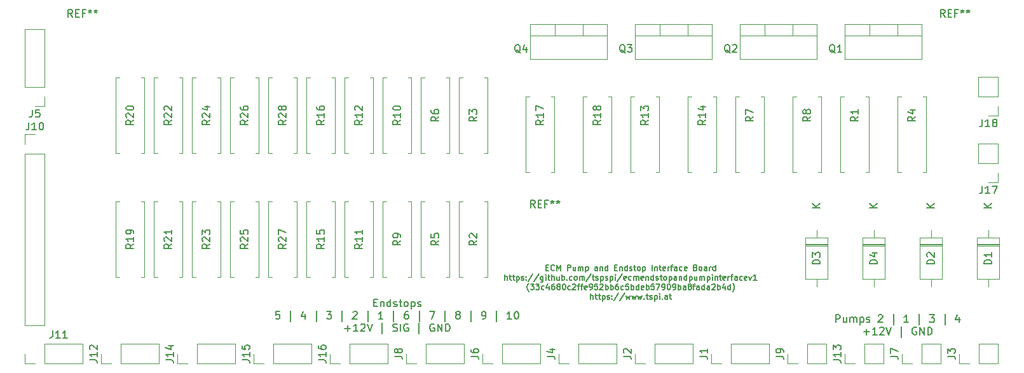
<source format=gto>
G04 #@! TF.GenerationSoftware,KiCad,Pcbnew,(5.1.9)-1*
G04 #@! TF.CreationDate,2023-04-02T16:33:38+02:00*
G04 #@! TF.ProjectId,ECMEndstopPumpInterface,45434d45-6e64-4737-946f-7050756d7049,rev?*
G04 #@! TF.SameCoordinates,Original*
G04 #@! TF.FileFunction,Legend,Top*
G04 #@! TF.FilePolarity,Positive*
%FSLAX46Y46*%
G04 Gerber Fmt 4.6, Leading zero omitted, Abs format (unit mm)*
G04 Created by KiCad (PCBNEW (5.1.9)-1) date 2023-04-02 16:33:38*
%MOMM*%
%LPD*%
G01*
G04 APERTURE LIST*
%ADD10C,0.150000*%
%ADD11C,0.120000*%
G04 APERTURE END LIST*
D10*
X105554285Y-65343928D02*
X105804285Y-65343928D01*
X105911428Y-65736785D02*
X105554285Y-65736785D01*
X105554285Y-64986785D01*
X105911428Y-64986785D01*
X106661428Y-65665357D02*
X106625714Y-65701071D01*
X106518571Y-65736785D01*
X106447142Y-65736785D01*
X106340000Y-65701071D01*
X106268571Y-65629642D01*
X106232857Y-65558214D01*
X106197142Y-65415357D01*
X106197142Y-65308214D01*
X106232857Y-65165357D01*
X106268571Y-65093928D01*
X106340000Y-65022500D01*
X106447142Y-64986785D01*
X106518571Y-64986785D01*
X106625714Y-65022500D01*
X106661428Y-65058214D01*
X106982857Y-65736785D02*
X106982857Y-64986785D01*
X107232857Y-65522500D01*
X107482857Y-64986785D01*
X107482857Y-65736785D01*
X108411428Y-65736785D02*
X108411428Y-64986785D01*
X108697142Y-64986785D01*
X108768571Y-65022500D01*
X108804285Y-65058214D01*
X108840000Y-65129642D01*
X108840000Y-65236785D01*
X108804285Y-65308214D01*
X108768571Y-65343928D01*
X108697142Y-65379642D01*
X108411428Y-65379642D01*
X109482857Y-65236785D02*
X109482857Y-65736785D01*
X109161428Y-65236785D02*
X109161428Y-65629642D01*
X109197142Y-65701071D01*
X109268571Y-65736785D01*
X109375714Y-65736785D01*
X109447142Y-65701071D01*
X109482857Y-65665357D01*
X109840000Y-65736785D02*
X109840000Y-65236785D01*
X109840000Y-65308214D02*
X109875714Y-65272500D01*
X109947142Y-65236785D01*
X110054285Y-65236785D01*
X110125714Y-65272500D01*
X110161428Y-65343928D01*
X110161428Y-65736785D01*
X110161428Y-65343928D02*
X110197142Y-65272500D01*
X110268571Y-65236785D01*
X110375714Y-65236785D01*
X110447142Y-65272500D01*
X110482857Y-65343928D01*
X110482857Y-65736785D01*
X110840000Y-65236785D02*
X110840000Y-65986785D01*
X110840000Y-65272500D02*
X110911428Y-65236785D01*
X111054285Y-65236785D01*
X111125714Y-65272500D01*
X111161428Y-65308214D01*
X111197142Y-65379642D01*
X111197142Y-65593928D01*
X111161428Y-65665357D01*
X111125714Y-65701071D01*
X111054285Y-65736785D01*
X110911428Y-65736785D01*
X110840000Y-65701071D01*
X112411428Y-65736785D02*
X112411428Y-65343928D01*
X112375714Y-65272500D01*
X112304285Y-65236785D01*
X112161428Y-65236785D01*
X112090000Y-65272500D01*
X112411428Y-65701071D02*
X112340000Y-65736785D01*
X112161428Y-65736785D01*
X112090000Y-65701071D01*
X112054285Y-65629642D01*
X112054285Y-65558214D01*
X112090000Y-65486785D01*
X112161428Y-65451071D01*
X112340000Y-65451071D01*
X112411428Y-65415357D01*
X112768571Y-65236785D02*
X112768571Y-65736785D01*
X112768571Y-65308214D02*
X112804285Y-65272500D01*
X112875714Y-65236785D01*
X112982857Y-65236785D01*
X113054285Y-65272500D01*
X113090000Y-65343928D01*
X113090000Y-65736785D01*
X113768571Y-65736785D02*
X113768571Y-64986785D01*
X113768571Y-65701071D02*
X113697142Y-65736785D01*
X113554285Y-65736785D01*
X113482857Y-65701071D01*
X113447142Y-65665357D01*
X113411428Y-65593928D01*
X113411428Y-65379642D01*
X113447142Y-65308214D01*
X113482857Y-65272500D01*
X113554285Y-65236785D01*
X113697142Y-65236785D01*
X113768571Y-65272500D01*
X114697142Y-65343928D02*
X114947142Y-65343928D01*
X115054285Y-65736785D02*
X114697142Y-65736785D01*
X114697142Y-64986785D01*
X115054285Y-64986785D01*
X115375714Y-65236785D02*
X115375714Y-65736785D01*
X115375714Y-65308214D02*
X115411428Y-65272500D01*
X115482857Y-65236785D01*
X115590000Y-65236785D01*
X115661428Y-65272500D01*
X115697142Y-65343928D01*
X115697142Y-65736785D01*
X116375714Y-65736785D02*
X116375714Y-64986785D01*
X116375714Y-65701071D02*
X116304285Y-65736785D01*
X116161428Y-65736785D01*
X116090000Y-65701071D01*
X116054285Y-65665357D01*
X116018571Y-65593928D01*
X116018571Y-65379642D01*
X116054285Y-65308214D01*
X116090000Y-65272500D01*
X116161428Y-65236785D01*
X116304285Y-65236785D01*
X116375714Y-65272500D01*
X116697142Y-65701071D02*
X116768571Y-65736785D01*
X116911428Y-65736785D01*
X116982857Y-65701071D01*
X117018571Y-65629642D01*
X117018571Y-65593928D01*
X116982857Y-65522500D01*
X116911428Y-65486785D01*
X116804285Y-65486785D01*
X116732857Y-65451071D01*
X116697142Y-65379642D01*
X116697142Y-65343928D01*
X116732857Y-65272500D01*
X116804285Y-65236785D01*
X116911428Y-65236785D01*
X116982857Y-65272500D01*
X117232857Y-65236785D02*
X117518571Y-65236785D01*
X117340000Y-64986785D02*
X117340000Y-65629642D01*
X117375714Y-65701071D01*
X117447142Y-65736785D01*
X117518571Y-65736785D01*
X117875714Y-65736785D02*
X117804285Y-65701071D01*
X117768571Y-65665357D01*
X117732857Y-65593928D01*
X117732857Y-65379642D01*
X117768571Y-65308214D01*
X117804285Y-65272500D01*
X117875714Y-65236785D01*
X117982857Y-65236785D01*
X118054285Y-65272500D01*
X118090000Y-65308214D01*
X118125714Y-65379642D01*
X118125714Y-65593928D01*
X118090000Y-65665357D01*
X118054285Y-65701071D01*
X117982857Y-65736785D01*
X117875714Y-65736785D01*
X118447142Y-65236785D02*
X118447142Y-65986785D01*
X118447142Y-65272500D02*
X118518571Y-65236785D01*
X118661428Y-65236785D01*
X118732857Y-65272500D01*
X118768571Y-65308214D01*
X118804285Y-65379642D01*
X118804285Y-65593928D01*
X118768571Y-65665357D01*
X118732857Y-65701071D01*
X118661428Y-65736785D01*
X118518571Y-65736785D01*
X118447142Y-65701071D01*
X119697142Y-65736785D02*
X119697142Y-64986785D01*
X120054285Y-65236785D02*
X120054285Y-65736785D01*
X120054285Y-65308214D02*
X120090000Y-65272500D01*
X120161428Y-65236785D01*
X120268571Y-65236785D01*
X120340000Y-65272500D01*
X120375714Y-65343928D01*
X120375714Y-65736785D01*
X120625714Y-65236785D02*
X120911428Y-65236785D01*
X120732857Y-64986785D02*
X120732857Y-65629642D01*
X120768571Y-65701071D01*
X120840000Y-65736785D01*
X120911428Y-65736785D01*
X121447142Y-65701071D02*
X121375714Y-65736785D01*
X121232857Y-65736785D01*
X121161428Y-65701071D01*
X121125714Y-65629642D01*
X121125714Y-65343928D01*
X121161428Y-65272500D01*
X121232857Y-65236785D01*
X121375714Y-65236785D01*
X121447142Y-65272500D01*
X121482857Y-65343928D01*
X121482857Y-65415357D01*
X121125714Y-65486785D01*
X121804285Y-65736785D02*
X121804285Y-65236785D01*
X121804285Y-65379642D02*
X121840000Y-65308214D01*
X121875714Y-65272500D01*
X121947142Y-65236785D01*
X122018571Y-65236785D01*
X122161428Y-65236785D02*
X122447142Y-65236785D01*
X122268571Y-65736785D02*
X122268571Y-65093928D01*
X122304285Y-65022500D01*
X122375714Y-64986785D01*
X122447142Y-64986785D01*
X123018571Y-65736785D02*
X123018571Y-65343928D01*
X122982857Y-65272500D01*
X122911428Y-65236785D01*
X122768571Y-65236785D01*
X122697142Y-65272500D01*
X123018571Y-65701071D02*
X122947142Y-65736785D01*
X122768571Y-65736785D01*
X122697142Y-65701071D01*
X122661428Y-65629642D01*
X122661428Y-65558214D01*
X122697142Y-65486785D01*
X122768571Y-65451071D01*
X122947142Y-65451071D01*
X123018571Y-65415357D01*
X123697142Y-65701071D02*
X123625714Y-65736785D01*
X123482857Y-65736785D01*
X123411428Y-65701071D01*
X123375714Y-65665357D01*
X123340000Y-65593928D01*
X123340000Y-65379642D01*
X123375714Y-65308214D01*
X123411428Y-65272500D01*
X123482857Y-65236785D01*
X123625714Y-65236785D01*
X123697142Y-65272500D01*
X124304285Y-65701071D02*
X124232857Y-65736785D01*
X124090000Y-65736785D01*
X124018571Y-65701071D01*
X123982857Y-65629642D01*
X123982857Y-65343928D01*
X124018571Y-65272500D01*
X124090000Y-65236785D01*
X124232857Y-65236785D01*
X124304285Y-65272500D01*
X124340000Y-65343928D01*
X124340000Y-65415357D01*
X123982857Y-65486785D01*
X125482857Y-65343928D02*
X125590000Y-65379642D01*
X125625714Y-65415357D01*
X125661428Y-65486785D01*
X125661428Y-65593928D01*
X125625714Y-65665357D01*
X125590000Y-65701071D01*
X125518571Y-65736785D01*
X125232857Y-65736785D01*
X125232857Y-64986785D01*
X125482857Y-64986785D01*
X125554285Y-65022500D01*
X125590000Y-65058214D01*
X125625714Y-65129642D01*
X125625714Y-65201071D01*
X125590000Y-65272500D01*
X125554285Y-65308214D01*
X125482857Y-65343928D01*
X125232857Y-65343928D01*
X126090000Y-65736785D02*
X126018571Y-65701071D01*
X125982857Y-65665357D01*
X125947142Y-65593928D01*
X125947142Y-65379642D01*
X125982857Y-65308214D01*
X126018571Y-65272500D01*
X126090000Y-65236785D01*
X126197142Y-65236785D01*
X126268571Y-65272500D01*
X126304285Y-65308214D01*
X126340000Y-65379642D01*
X126340000Y-65593928D01*
X126304285Y-65665357D01*
X126268571Y-65701071D01*
X126197142Y-65736785D01*
X126090000Y-65736785D01*
X126982857Y-65736785D02*
X126982857Y-65343928D01*
X126947142Y-65272500D01*
X126875714Y-65236785D01*
X126732857Y-65236785D01*
X126661428Y-65272500D01*
X126982857Y-65701071D02*
X126911428Y-65736785D01*
X126732857Y-65736785D01*
X126661428Y-65701071D01*
X126625714Y-65629642D01*
X126625714Y-65558214D01*
X126661428Y-65486785D01*
X126732857Y-65451071D01*
X126911428Y-65451071D01*
X126982857Y-65415357D01*
X127340000Y-65736785D02*
X127340000Y-65236785D01*
X127340000Y-65379642D02*
X127375714Y-65308214D01*
X127411428Y-65272500D01*
X127482857Y-65236785D01*
X127554285Y-65236785D01*
X128125714Y-65736785D02*
X128125714Y-64986785D01*
X128125714Y-65701071D02*
X128054285Y-65736785D01*
X127911428Y-65736785D01*
X127840000Y-65701071D01*
X127804285Y-65665357D01*
X127768571Y-65593928D01*
X127768571Y-65379642D01*
X127804285Y-65308214D01*
X127840000Y-65272500D01*
X127911428Y-65236785D01*
X128054285Y-65236785D01*
X128125714Y-65272500D01*
X100090000Y-67011785D02*
X100090000Y-66261785D01*
X100411428Y-67011785D02*
X100411428Y-66618928D01*
X100375714Y-66547500D01*
X100304285Y-66511785D01*
X100197142Y-66511785D01*
X100125714Y-66547500D01*
X100090000Y-66583214D01*
X100661428Y-66511785D02*
X100947142Y-66511785D01*
X100768571Y-66261785D02*
X100768571Y-66904642D01*
X100804285Y-66976071D01*
X100875714Y-67011785D01*
X100947142Y-67011785D01*
X101090000Y-66511785D02*
X101375714Y-66511785D01*
X101197142Y-66261785D02*
X101197142Y-66904642D01*
X101232857Y-66976071D01*
X101304285Y-67011785D01*
X101375714Y-67011785D01*
X101625714Y-66511785D02*
X101625714Y-67261785D01*
X101625714Y-66547500D02*
X101697142Y-66511785D01*
X101840000Y-66511785D01*
X101911428Y-66547500D01*
X101947142Y-66583214D01*
X101982857Y-66654642D01*
X101982857Y-66868928D01*
X101947142Y-66940357D01*
X101911428Y-66976071D01*
X101840000Y-67011785D01*
X101697142Y-67011785D01*
X101625714Y-66976071D01*
X102268571Y-66976071D02*
X102340000Y-67011785D01*
X102482857Y-67011785D01*
X102554285Y-66976071D01*
X102590000Y-66904642D01*
X102590000Y-66868928D01*
X102554285Y-66797500D01*
X102482857Y-66761785D01*
X102375714Y-66761785D01*
X102304285Y-66726071D01*
X102268571Y-66654642D01*
X102268571Y-66618928D01*
X102304285Y-66547500D01*
X102375714Y-66511785D01*
X102482857Y-66511785D01*
X102554285Y-66547500D01*
X102911428Y-66940357D02*
X102947142Y-66976071D01*
X102911428Y-67011785D01*
X102875714Y-66976071D01*
X102911428Y-66940357D01*
X102911428Y-67011785D01*
X102911428Y-66547500D02*
X102947142Y-66583214D01*
X102911428Y-66618928D01*
X102875714Y-66583214D01*
X102911428Y-66547500D01*
X102911428Y-66618928D01*
X103804285Y-66226071D02*
X103161428Y-67190357D01*
X104590000Y-66226071D02*
X103947142Y-67190357D01*
X105161428Y-66511785D02*
X105161428Y-67118928D01*
X105125714Y-67190357D01*
X105090000Y-67226071D01*
X105018571Y-67261785D01*
X104911428Y-67261785D01*
X104840000Y-67226071D01*
X105161428Y-66976071D02*
X105090000Y-67011785D01*
X104947142Y-67011785D01*
X104875714Y-66976071D01*
X104840000Y-66940357D01*
X104804285Y-66868928D01*
X104804285Y-66654642D01*
X104840000Y-66583214D01*
X104875714Y-66547500D01*
X104947142Y-66511785D01*
X105090000Y-66511785D01*
X105161428Y-66547500D01*
X105518571Y-67011785D02*
X105518571Y-66511785D01*
X105518571Y-66261785D02*
X105482857Y-66297500D01*
X105518571Y-66333214D01*
X105554285Y-66297500D01*
X105518571Y-66261785D01*
X105518571Y-66333214D01*
X105768571Y-66511785D02*
X106054285Y-66511785D01*
X105875714Y-66261785D02*
X105875714Y-66904642D01*
X105911428Y-66976071D01*
X105982857Y-67011785D01*
X106054285Y-67011785D01*
X106304285Y-67011785D02*
X106304285Y-66261785D01*
X106625714Y-67011785D02*
X106625714Y-66618928D01*
X106590000Y-66547500D01*
X106518571Y-66511785D01*
X106411428Y-66511785D01*
X106340000Y-66547500D01*
X106304285Y-66583214D01*
X107304285Y-66511785D02*
X107304285Y-67011785D01*
X106982857Y-66511785D02*
X106982857Y-66904642D01*
X107018571Y-66976071D01*
X107090000Y-67011785D01*
X107197142Y-67011785D01*
X107268571Y-66976071D01*
X107304285Y-66940357D01*
X107661428Y-67011785D02*
X107661428Y-66261785D01*
X107661428Y-66547500D02*
X107732857Y-66511785D01*
X107875714Y-66511785D01*
X107947142Y-66547500D01*
X107982857Y-66583214D01*
X108018571Y-66654642D01*
X108018571Y-66868928D01*
X107982857Y-66940357D01*
X107947142Y-66976071D01*
X107875714Y-67011785D01*
X107732857Y-67011785D01*
X107661428Y-66976071D01*
X108340000Y-66940357D02*
X108375714Y-66976071D01*
X108340000Y-67011785D01*
X108304285Y-66976071D01*
X108340000Y-66940357D01*
X108340000Y-67011785D01*
X109018571Y-66976071D02*
X108947142Y-67011785D01*
X108804285Y-67011785D01*
X108732857Y-66976071D01*
X108697142Y-66940357D01*
X108661428Y-66868928D01*
X108661428Y-66654642D01*
X108697142Y-66583214D01*
X108732857Y-66547500D01*
X108804285Y-66511785D01*
X108947142Y-66511785D01*
X109018571Y-66547500D01*
X109447142Y-67011785D02*
X109375714Y-66976071D01*
X109340000Y-66940357D01*
X109304285Y-66868928D01*
X109304285Y-66654642D01*
X109340000Y-66583214D01*
X109375714Y-66547500D01*
X109447142Y-66511785D01*
X109554285Y-66511785D01*
X109625714Y-66547500D01*
X109661428Y-66583214D01*
X109697142Y-66654642D01*
X109697142Y-66868928D01*
X109661428Y-66940357D01*
X109625714Y-66976071D01*
X109554285Y-67011785D01*
X109447142Y-67011785D01*
X110018571Y-67011785D02*
X110018571Y-66511785D01*
X110018571Y-66583214D02*
X110054285Y-66547500D01*
X110125714Y-66511785D01*
X110232857Y-66511785D01*
X110304285Y-66547500D01*
X110340000Y-66618928D01*
X110340000Y-67011785D01*
X110340000Y-66618928D02*
X110375714Y-66547500D01*
X110447142Y-66511785D01*
X110554285Y-66511785D01*
X110625714Y-66547500D01*
X110661428Y-66618928D01*
X110661428Y-67011785D01*
X111554285Y-66226071D02*
X110911428Y-67190357D01*
X111697142Y-66511785D02*
X111982857Y-66511785D01*
X111804285Y-66261785D02*
X111804285Y-66904642D01*
X111840000Y-66976071D01*
X111911428Y-67011785D01*
X111982857Y-67011785D01*
X112197142Y-66976071D02*
X112268571Y-67011785D01*
X112411428Y-67011785D01*
X112482857Y-66976071D01*
X112518571Y-66904642D01*
X112518571Y-66868928D01*
X112482857Y-66797500D01*
X112411428Y-66761785D01*
X112304285Y-66761785D01*
X112232857Y-66726071D01*
X112197142Y-66654642D01*
X112197142Y-66618928D01*
X112232857Y-66547500D01*
X112304285Y-66511785D01*
X112411428Y-66511785D01*
X112482857Y-66547500D01*
X112840000Y-66511785D02*
X112840000Y-67261785D01*
X112840000Y-66547500D02*
X112911428Y-66511785D01*
X113054285Y-66511785D01*
X113125714Y-66547500D01*
X113161428Y-66583214D01*
X113197142Y-66654642D01*
X113197142Y-66868928D01*
X113161428Y-66940357D01*
X113125714Y-66976071D01*
X113054285Y-67011785D01*
X112911428Y-67011785D01*
X112840000Y-66976071D01*
X113482857Y-66976071D02*
X113554285Y-67011785D01*
X113697142Y-67011785D01*
X113768571Y-66976071D01*
X113804285Y-66904642D01*
X113804285Y-66868928D01*
X113768571Y-66797500D01*
X113697142Y-66761785D01*
X113590000Y-66761785D01*
X113518571Y-66726071D01*
X113482857Y-66654642D01*
X113482857Y-66618928D01*
X113518571Y-66547500D01*
X113590000Y-66511785D01*
X113697142Y-66511785D01*
X113768571Y-66547500D01*
X114125714Y-66511785D02*
X114125714Y-67261785D01*
X114125714Y-66547500D02*
X114197142Y-66511785D01*
X114340000Y-66511785D01*
X114411428Y-66547500D01*
X114447142Y-66583214D01*
X114482857Y-66654642D01*
X114482857Y-66868928D01*
X114447142Y-66940357D01*
X114411428Y-66976071D01*
X114340000Y-67011785D01*
X114197142Y-67011785D01*
X114125714Y-66976071D01*
X114804285Y-67011785D02*
X114804285Y-66511785D01*
X114804285Y-66261785D02*
X114768571Y-66297500D01*
X114804285Y-66333214D01*
X114840000Y-66297500D01*
X114804285Y-66261785D01*
X114804285Y-66333214D01*
X115697142Y-66226071D02*
X115054285Y-67190357D01*
X116232857Y-66976071D02*
X116161428Y-67011785D01*
X116018571Y-67011785D01*
X115947142Y-66976071D01*
X115911428Y-66904642D01*
X115911428Y-66618928D01*
X115947142Y-66547500D01*
X116018571Y-66511785D01*
X116161428Y-66511785D01*
X116232857Y-66547500D01*
X116268571Y-66618928D01*
X116268571Y-66690357D01*
X115911428Y-66761785D01*
X116911428Y-66976071D02*
X116840000Y-67011785D01*
X116697142Y-67011785D01*
X116625714Y-66976071D01*
X116590000Y-66940357D01*
X116554285Y-66868928D01*
X116554285Y-66654642D01*
X116590000Y-66583214D01*
X116625714Y-66547500D01*
X116697142Y-66511785D01*
X116840000Y-66511785D01*
X116911428Y-66547500D01*
X117232857Y-67011785D02*
X117232857Y-66511785D01*
X117232857Y-66583214D02*
X117268571Y-66547500D01*
X117340000Y-66511785D01*
X117447142Y-66511785D01*
X117518571Y-66547500D01*
X117554285Y-66618928D01*
X117554285Y-67011785D01*
X117554285Y-66618928D02*
X117590000Y-66547500D01*
X117661428Y-66511785D01*
X117768571Y-66511785D01*
X117840000Y-66547500D01*
X117875714Y-66618928D01*
X117875714Y-67011785D01*
X118518571Y-66976071D02*
X118447142Y-67011785D01*
X118304285Y-67011785D01*
X118232857Y-66976071D01*
X118197142Y-66904642D01*
X118197142Y-66618928D01*
X118232857Y-66547500D01*
X118304285Y-66511785D01*
X118447142Y-66511785D01*
X118518571Y-66547500D01*
X118554285Y-66618928D01*
X118554285Y-66690357D01*
X118197142Y-66761785D01*
X118875714Y-66511785D02*
X118875714Y-67011785D01*
X118875714Y-66583214D02*
X118911428Y-66547500D01*
X118982857Y-66511785D01*
X119090000Y-66511785D01*
X119161428Y-66547500D01*
X119197142Y-66618928D01*
X119197142Y-67011785D01*
X119875714Y-67011785D02*
X119875714Y-66261785D01*
X119875714Y-66976071D02*
X119804285Y-67011785D01*
X119661428Y-67011785D01*
X119590000Y-66976071D01*
X119554285Y-66940357D01*
X119518571Y-66868928D01*
X119518571Y-66654642D01*
X119554285Y-66583214D01*
X119590000Y-66547500D01*
X119661428Y-66511785D01*
X119804285Y-66511785D01*
X119875714Y-66547500D01*
X120197142Y-66976071D02*
X120268571Y-67011785D01*
X120411428Y-67011785D01*
X120482857Y-66976071D01*
X120518571Y-66904642D01*
X120518571Y-66868928D01*
X120482857Y-66797500D01*
X120411428Y-66761785D01*
X120304285Y-66761785D01*
X120232857Y-66726071D01*
X120197142Y-66654642D01*
X120197142Y-66618928D01*
X120232857Y-66547500D01*
X120304285Y-66511785D01*
X120411428Y-66511785D01*
X120482857Y-66547500D01*
X120732857Y-66511785D02*
X121018571Y-66511785D01*
X120840000Y-66261785D02*
X120840000Y-66904642D01*
X120875714Y-66976071D01*
X120947142Y-67011785D01*
X121018571Y-67011785D01*
X121375714Y-67011785D02*
X121304285Y-66976071D01*
X121268571Y-66940357D01*
X121232857Y-66868928D01*
X121232857Y-66654642D01*
X121268571Y-66583214D01*
X121304285Y-66547500D01*
X121375714Y-66511785D01*
X121482857Y-66511785D01*
X121554285Y-66547500D01*
X121590000Y-66583214D01*
X121625714Y-66654642D01*
X121625714Y-66868928D01*
X121590000Y-66940357D01*
X121554285Y-66976071D01*
X121482857Y-67011785D01*
X121375714Y-67011785D01*
X121947142Y-66511785D02*
X121947142Y-67261785D01*
X121947142Y-66547500D02*
X122018571Y-66511785D01*
X122161428Y-66511785D01*
X122232857Y-66547500D01*
X122268571Y-66583214D01*
X122304285Y-66654642D01*
X122304285Y-66868928D01*
X122268571Y-66940357D01*
X122232857Y-66976071D01*
X122161428Y-67011785D01*
X122018571Y-67011785D01*
X121947142Y-66976071D01*
X122947142Y-67011785D02*
X122947142Y-66618928D01*
X122911428Y-66547500D01*
X122840000Y-66511785D01*
X122697142Y-66511785D01*
X122625714Y-66547500D01*
X122947142Y-66976071D02*
X122875714Y-67011785D01*
X122697142Y-67011785D01*
X122625714Y-66976071D01*
X122590000Y-66904642D01*
X122590000Y-66833214D01*
X122625714Y-66761785D01*
X122697142Y-66726071D01*
X122875714Y-66726071D01*
X122947142Y-66690357D01*
X123304285Y-66511785D02*
X123304285Y-67011785D01*
X123304285Y-66583214D02*
X123340000Y-66547500D01*
X123411428Y-66511785D01*
X123518571Y-66511785D01*
X123590000Y-66547500D01*
X123625714Y-66618928D01*
X123625714Y-67011785D01*
X124304285Y-67011785D02*
X124304285Y-66261785D01*
X124304285Y-66976071D02*
X124232857Y-67011785D01*
X124090000Y-67011785D01*
X124018571Y-66976071D01*
X123982857Y-66940357D01*
X123947142Y-66868928D01*
X123947142Y-66654642D01*
X123982857Y-66583214D01*
X124018571Y-66547500D01*
X124090000Y-66511785D01*
X124232857Y-66511785D01*
X124304285Y-66547500D01*
X124661428Y-66511785D02*
X124661428Y-67261785D01*
X124661428Y-66547500D02*
X124732857Y-66511785D01*
X124875714Y-66511785D01*
X124947142Y-66547500D01*
X124982857Y-66583214D01*
X125018571Y-66654642D01*
X125018571Y-66868928D01*
X124982857Y-66940357D01*
X124947142Y-66976071D01*
X124875714Y-67011785D01*
X124732857Y-67011785D01*
X124661428Y-66976071D01*
X125661428Y-66511785D02*
X125661428Y-67011785D01*
X125340000Y-66511785D02*
X125340000Y-66904642D01*
X125375714Y-66976071D01*
X125447142Y-67011785D01*
X125554285Y-67011785D01*
X125625714Y-66976071D01*
X125661428Y-66940357D01*
X126018571Y-67011785D02*
X126018571Y-66511785D01*
X126018571Y-66583214D02*
X126054285Y-66547500D01*
X126125714Y-66511785D01*
X126232857Y-66511785D01*
X126304285Y-66547500D01*
X126340000Y-66618928D01*
X126340000Y-67011785D01*
X126340000Y-66618928D02*
X126375714Y-66547500D01*
X126447142Y-66511785D01*
X126554285Y-66511785D01*
X126625714Y-66547500D01*
X126661428Y-66618928D01*
X126661428Y-67011785D01*
X127018571Y-66511785D02*
X127018571Y-67261785D01*
X127018571Y-66547500D02*
X127090000Y-66511785D01*
X127232857Y-66511785D01*
X127304285Y-66547500D01*
X127340000Y-66583214D01*
X127375714Y-66654642D01*
X127375714Y-66868928D01*
X127340000Y-66940357D01*
X127304285Y-66976071D01*
X127232857Y-67011785D01*
X127090000Y-67011785D01*
X127018571Y-66976071D01*
X127697142Y-67011785D02*
X127697142Y-66511785D01*
X127697142Y-66261785D02*
X127661428Y-66297500D01*
X127697142Y-66333214D01*
X127732857Y-66297500D01*
X127697142Y-66261785D01*
X127697142Y-66333214D01*
X128054285Y-66511785D02*
X128054285Y-67011785D01*
X128054285Y-66583214D02*
X128090000Y-66547500D01*
X128161428Y-66511785D01*
X128268571Y-66511785D01*
X128340000Y-66547500D01*
X128375714Y-66618928D01*
X128375714Y-67011785D01*
X128625714Y-66511785D02*
X128911428Y-66511785D01*
X128732857Y-66261785D02*
X128732857Y-66904642D01*
X128768571Y-66976071D01*
X128840000Y-67011785D01*
X128911428Y-67011785D01*
X129447142Y-66976071D02*
X129375714Y-67011785D01*
X129232857Y-67011785D01*
X129161428Y-66976071D01*
X129125714Y-66904642D01*
X129125714Y-66618928D01*
X129161428Y-66547500D01*
X129232857Y-66511785D01*
X129375714Y-66511785D01*
X129447142Y-66547500D01*
X129482857Y-66618928D01*
X129482857Y-66690357D01*
X129125714Y-66761785D01*
X129804285Y-67011785D02*
X129804285Y-66511785D01*
X129804285Y-66654642D02*
X129840000Y-66583214D01*
X129875714Y-66547500D01*
X129947142Y-66511785D01*
X130018571Y-66511785D01*
X130161428Y-66511785D02*
X130447142Y-66511785D01*
X130268571Y-67011785D02*
X130268571Y-66368928D01*
X130304285Y-66297500D01*
X130375714Y-66261785D01*
X130447142Y-66261785D01*
X131018571Y-67011785D02*
X131018571Y-66618928D01*
X130982857Y-66547500D01*
X130911428Y-66511785D01*
X130768571Y-66511785D01*
X130697142Y-66547500D01*
X131018571Y-66976071D02*
X130947142Y-67011785D01*
X130768571Y-67011785D01*
X130697142Y-66976071D01*
X130661428Y-66904642D01*
X130661428Y-66833214D01*
X130697142Y-66761785D01*
X130768571Y-66726071D01*
X130947142Y-66726071D01*
X131018571Y-66690357D01*
X131697142Y-66976071D02*
X131625714Y-67011785D01*
X131482857Y-67011785D01*
X131411428Y-66976071D01*
X131375714Y-66940357D01*
X131340000Y-66868928D01*
X131340000Y-66654642D01*
X131375714Y-66583214D01*
X131411428Y-66547500D01*
X131482857Y-66511785D01*
X131625714Y-66511785D01*
X131697142Y-66547500D01*
X132304285Y-66976071D02*
X132232857Y-67011785D01*
X132090000Y-67011785D01*
X132018571Y-66976071D01*
X131982857Y-66904642D01*
X131982857Y-66618928D01*
X132018571Y-66547500D01*
X132090000Y-66511785D01*
X132232857Y-66511785D01*
X132304285Y-66547500D01*
X132340000Y-66618928D01*
X132340000Y-66690357D01*
X131982857Y-66761785D01*
X132590000Y-66511785D02*
X132768571Y-67011785D01*
X132947142Y-66511785D01*
X133625714Y-67011785D02*
X133197142Y-67011785D01*
X133411428Y-67011785D02*
X133411428Y-66261785D01*
X133340000Y-66368928D01*
X133268571Y-66440357D01*
X133197142Y-66476071D01*
X103268571Y-68572500D02*
X103232857Y-68536785D01*
X103161428Y-68429642D01*
X103125714Y-68358214D01*
X103090000Y-68251071D01*
X103054285Y-68072500D01*
X103054285Y-67929642D01*
X103090000Y-67751071D01*
X103125714Y-67643928D01*
X103161428Y-67572500D01*
X103232857Y-67465357D01*
X103268571Y-67429642D01*
X103482857Y-67536785D02*
X103947142Y-67536785D01*
X103697142Y-67822500D01*
X103804285Y-67822500D01*
X103875714Y-67858214D01*
X103911428Y-67893928D01*
X103947142Y-67965357D01*
X103947142Y-68143928D01*
X103911428Y-68215357D01*
X103875714Y-68251071D01*
X103804285Y-68286785D01*
X103590000Y-68286785D01*
X103518571Y-68251071D01*
X103482857Y-68215357D01*
X104197142Y-67536785D02*
X104661428Y-67536785D01*
X104411428Y-67822500D01*
X104518571Y-67822500D01*
X104590000Y-67858214D01*
X104625714Y-67893928D01*
X104661428Y-67965357D01*
X104661428Y-68143928D01*
X104625714Y-68215357D01*
X104590000Y-68251071D01*
X104518571Y-68286785D01*
X104304285Y-68286785D01*
X104232857Y-68251071D01*
X104197142Y-68215357D01*
X105304285Y-68251071D02*
X105232857Y-68286785D01*
X105090000Y-68286785D01*
X105018571Y-68251071D01*
X104982857Y-68215357D01*
X104947142Y-68143928D01*
X104947142Y-67929642D01*
X104982857Y-67858214D01*
X105018571Y-67822500D01*
X105090000Y-67786785D01*
X105232857Y-67786785D01*
X105304285Y-67822500D01*
X105947142Y-67786785D02*
X105947142Y-68286785D01*
X105768571Y-67501071D02*
X105590000Y-68036785D01*
X106054285Y-68036785D01*
X106661428Y-67536785D02*
X106518571Y-67536785D01*
X106447142Y-67572500D01*
X106411428Y-67608214D01*
X106340000Y-67715357D01*
X106304285Y-67858214D01*
X106304285Y-68143928D01*
X106340000Y-68215357D01*
X106375714Y-68251071D01*
X106447142Y-68286785D01*
X106590000Y-68286785D01*
X106661428Y-68251071D01*
X106697142Y-68215357D01*
X106732857Y-68143928D01*
X106732857Y-67965357D01*
X106697142Y-67893928D01*
X106661428Y-67858214D01*
X106590000Y-67822500D01*
X106447142Y-67822500D01*
X106375714Y-67858214D01*
X106340000Y-67893928D01*
X106304285Y-67965357D01*
X107161428Y-67858214D02*
X107090000Y-67822500D01*
X107054285Y-67786785D01*
X107018571Y-67715357D01*
X107018571Y-67679642D01*
X107054285Y-67608214D01*
X107090000Y-67572500D01*
X107161428Y-67536785D01*
X107304285Y-67536785D01*
X107375714Y-67572500D01*
X107411428Y-67608214D01*
X107447142Y-67679642D01*
X107447142Y-67715357D01*
X107411428Y-67786785D01*
X107375714Y-67822500D01*
X107304285Y-67858214D01*
X107161428Y-67858214D01*
X107090000Y-67893928D01*
X107054285Y-67929642D01*
X107018571Y-68001071D01*
X107018571Y-68143928D01*
X107054285Y-68215357D01*
X107090000Y-68251071D01*
X107161428Y-68286785D01*
X107304285Y-68286785D01*
X107375714Y-68251071D01*
X107411428Y-68215357D01*
X107447142Y-68143928D01*
X107447142Y-68001071D01*
X107411428Y-67929642D01*
X107375714Y-67893928D01*
X107304285Y-67858214D01*
X107911428Y-67536785D02*
X107982857Y-67536785D01*
X108054285Y-67572500D01*
X108090000Y-67608214D01*
X108125714Y-67679642D01*
X108161428Y-67822500D01*
X108161428Y-68001071D01*
X108125714Y-68143928D01*
X108090000Y-68215357D01*
X108054285Y-68251071D01*
X107982857Y-68286785D01*
X107911428Y-68286785D01*
X107840000Y-68251071D01*
X107804285Y-68215357D01*
X107768571Y-68143928D01*
X107732857Y-68001071D01*
X107732857Y-67822500D01*
X107768571Y-67679642D01*
X107804285Y-67608214D01*
X107840000Y-67572500D01*
X107911428Y-67536785D01*
X108804285Y-68251071D02*
X108732857Y-68286785D01*
X108590000Y-68286785D01*
X108518571Y-68251071D01*
X108482857Y-68215357D01*
X108447142Y-68143928D01*
X108447142Y-67929642D01*
X108482857Y-67858214D01*
X108518571Y-67822500D01*
X108590000Y-67786785D01*
X108732857Y-67786785D01*
X108804285Y-67822500D01*
X109090000Y-67608214D02*
X109125714Y-67572500D01*
X109197142Y-67536785D01*
X109375714Y-67536785D01*
X109447142Y-67572500D01*
X109482857Y-67608214D01*
X109518571Y-67679642D01*
X109518571Y-67751071D01*
X109482857Y-67858214D01*
X109054285Y-68286785D01*
X109518571Y-68286785D01*
X109732857Y-67786785D02*
X110018571Y-67786785D01*
X109840000Y-68286785D02*
X109840000Y-67643928D01*
X109875714Y-67572500D01*
X109947142Y-67536785D01*
X110018571Y-67536785D01*
X110161428Y-67786785D02*
X110447142Y-67786785D01*
X110268571Y-68286785D02*
X110268571Y-67643928D01*
X110304285Y-67572500D01*
X110375714Y-67536785D01*
X110447142Y-67536785D01*
X110982857Y-68251071D02*
X110911428Y-68286785D01*
X110768571Y-68286785D01*
X110697142Y-68251071D01*
X110661428Y-68179642D01*
X110661428Y-67893928D01*
X110697142Y-67822500D01*
X110768571Y-67786785D01*
X110911428Y-67786785D01*
X110982857Y-67822500D01*
X111018571Y-67893928D01*
X111018571Y-67965357D01*
X110661428Y-68036785D01*
X111375714Y-68286785D02*
X111518571Y-68286785D01*
X111590000Y-68251071D01*
X111625714Y-68215357D01*
X111697142Y-68108214D01*
X111732857Y-67965357D01*
X111732857Y-67679642D01*
X111697142Y-67608214D01*
X111661428Y-67572500D01*
X111590000Y-67536785D01*
X111447142Y-67536785D01*
X111375714Y-67572500D01*
X111340000Y-67608214D01*
X111304285Y-67679642D01*
X111304285Y-67858214D01*
X111340000Y-67929642D01*
X111375714Y-67965357D01*
X111447142Y-68001071D01*
X111590000Y-68001071D01*
X111661428Y-67965357D01*
X111697142Y-67929642D01*
X111732857Y-67858214D01*
X112411428Y-67536785D02*
X112054285Y-67536785D01*
X112018571Y-67893928D01*
X112054285Y-67858214D01*
X112125714Y-67822500D01*
X112304285Y-67822500D01*
X112375714Y-67858214D01*
X112411428Y-67893928D01*
X112447142Y-67965357D01*
X112447142Y-68143928D01*
X112411428Y-68215357D01*
X112375714Y-68251071D01*
X112304285Y-68286785D01*
X112125714Y-68286785D01*
X112054285Y-68251071D01*
X112018571Y-68215357D01*
X112732857Y-67608214D02*
X112768571Y-67572500D01*
X112840000Y-67536785D01*
X113018571Y-67536785D01*
X113090000Y-67572500D01*
X113125714Y-67608214D01*
X113161428Y-67679642D01*
X113161428Y-67751071D01*
X113125714Y-67858214D01*
X112697142Y-68286785D01*
X113161428Y-68286785D01*
X113482857Y-68286785D02*
X113482857Y-67536785D01*
X113482857Y-67822500D02*
X113554285Y-67786785D01*
X113697142Y-67786785D01*
X113768571Y-67822500D01*
X113804285Y-67858214D01*
X113840000Y-67929642D01*
X113840000Y-68143928D01*
X113804285Y-68215357D01*
X113768571Y-68251071D01*
X113697142Y-68286785D01*
X113554285Y-68286785D01*
X113482857Y-68251071D01*
X114161428Y-68286785D02*
X114161428Y-67536785D01*
X114161428Y-67822500D02*
X114232857Y-67786785D01*
X114375714Y-67786785D01*
X114447142Y-67822500D01*
X114482857Y-67858214D01*
X114518571Y-67929642D01*
X114518571Y-68143928D01*
X114482857Y-68215357D01*
X114447142Y-68251071D01*
X114375714Y-68286785D01*
X114232857Y-68286785D01*
X114161428Y-68251071D01*
X115161428Y-67536785D02*
X115018571Y-67536785D01*
X114947142Y-67572500D01*
X114911428Y-67608214D01*
X114840000Y-67715357D01*
X114804285Y-67858214D01*
X114804285Y-68143928D01*
X114840000Y-68215357D01*
X114875714Y-68251071D01*
X114947142Y-68286785D01*
X115090000Y-68286785D01*
X115161428Y-68251071D01*
X115197142Y-68215357D01*
X115232857Y-68143928D01*
X115232857Y-67965357D01*
X115197142Y-67893928D01*
X115161428Y-67858214D01*
X115090000Y-67822500D01*
X114947142Y-67822500D01*
X114875714Y-67858214D01*
X114840000Y-67893928D01*
X114804285Y-67965357D01*
X115875714Y-68251071D02*
X115804285Y-68286785D01*
X115661428Y-68286785D01*
X115590000Y-68251071D01*
X115554285Y-68215357D01*
X115518571Y-68143928D01*
X115518571Y-67929642D01*
X115554285Y-67858214D01*
X115590000Y-67822500D01*
X115661428Y-67786785D01*
X115804285Y-67786785D01*
X115875714Y-67822500D01*
X116554285Y-67536785D02*
X116197142Y-67536785D01*
X116161428Y-67893928D01*
X116197142Y-67858214D01*
X116268571Y-67822500D01*
X116447142Y-67822500D01*
X116518571Y-67858214D01*
X116554285Y-67893928D01*
X116590000Y-67965357D01*
X116590000Y-68143928D01*
X116554285Y-68215357D01*
X116518571Y-68251071D01*
X116447142Y-68286785D01*
X116268571Y-68286785D01*
X116197142Y-68251071D01*
X116161428Y-68215357D01*
X116911428Y-68286785D02*
X116911428Y-67536785D01*
X116911428Y-67822500D02*
X116982857Y-67786785D01*
X117125714Y-67786785D01*
X117197142Y-67822500D01*
X117232857Y-67858214D01*
X117268571Y-67929642D01*
X117268571Y-68143928D01*
X117232857Y-68215357D01*
X117197142Y-68251071D01*
X117125714Y-68286785D01*
X116982857Y-68286785D01*
X116911428Y-68251071D01*
X117911428Y-68286785D02*
X117911428Y-67536785D01*
X117911428Y-68251071D02*
X117840000Y-68286785D01*
X117697142Y-68286785D01*
X117625714Y-68251071D01*
X117590000Y-68215357D01*
X117554285Y-68143928D01*
X117554285Y-67929642D01*
X117590000Y-67858214D01*
X117625714Y-67822500D01*
X117697142Y-67786785D01*
X117840000Y-67786785D01*
X117911428Y-67822500D01*
X118554285Y-68251071D02*
X118482857Y-68286785D01*
X118340000Y-68286785D01*
X118268571Y-68251071D01*
X118232857Y-68179642D01*
X118232857Y-67893928D01*
X118268571Y-67822500D01*
X118340000Y-67786785D01*
X118482857Y-67786785D01*
X118554285Y-67822500D01*
X118590000Y-67893928D01*
X118590000Y-67965357D01*
X118232857Y-68036785D01*
X118911428Y-68286785D02*
X118911428Y-67536785D01*
X118911428Y-67822500D02*
X118982857Y-67786785D01*
X119125714Y-67786785D01*
X119197142Y-67822500D01*
X119232857Y-67858214D01*
X119268571Y-67929642D01*
X119268571Y-68143928D01*
X119232857Y-68215357D01*
X119197142Y-68251071D01*
X119125714Y-68286785D01*
X118982857Y-68286785D01*
X118911428Y-68251071D01*
X119947142Y-67536785D02*
X119590000Y-67536785D01*
X119554285Y-67893928D01*
X119590000Y-67858214D01*
X119661428Y-67822500D01*
X119840000Y-67822500D01*
X119911428Y-67858214D01*
X119947142Y-67893928D01*
X119982857Y-67965357D01*
X119982857Y-68143928D01*
X119947142Y-68215357D01*
X119911428Y-68251071D01*
X119840000Y-68286785D01*
X119661428Y-68286785D01*
X119590000Y-68251071D01*
X119554285Y-68215357D01*
X120232857Y-67536785D02*
X120732857Y-67536785D01*
X120411428Y-68286785D01*
X121054285Y-68286785D02*
X121197142Y-68286785D01*
X121268571Y-68251071D01*
X121304285Y-68215357D01*
X121375714Y-68108214D01*
X121411428Y-67965357D01*
X121411428Y-67679642D01*
X121375714Y-67608214D01*
X121340000Y-67572500D01*
X121268571Y-67536785D01*
X121125714Y-67536785D01*
X121054285Y-67572500D01*
X121018571Y-67608214D01*
X120982857Y-67679642D01*
X120982857Y-67858214D01*
X121018571Y-67929642D01*
X121054285Y-67965357D01*
X121125714Y-68001071D01*
X121268571Y-68001071D01*
X121340000Y-67965357D01*
X121375714Y-67929642D01*
X121411428Y-67858214D01*
X121875714Y-67536785D02*
X121947142Y-67536785D01*
X122018571Y-67572500D01*
X122054285Y-67608214D01*
X122090000Y-67679642D01*
X122125714Y-67822500D01*
X122125714Y-68001071D01*
X122090000Y-68143928D01*
X122054285Y-68215357D01*
X122018571Y-68251071D01*
X121947142Y-68286785D01*
X121875714Y-68286785D01*
X121804285Y-68251071D01*
X121768571Y-68215357D01*
X121732857Y-68143928D01*
X121697142Y-68001071D01*
X121697142Y-67822500D01*
X121732857Y-67679642D01*
X121768571Y-67608214D01*
X121804285Y-67572500D01*
X121875714Y-67536785D01*
X122482857Y-68286785D02*
X122625714Y-68286785D01*
X122697142Y-68251071D01*
X122732857Y-68215357D01*
X122804285Y-68108214D01*
X122840000Y-67965357D01*
X122840000Y-67679642D01*
X122804285Y-67608214D01*
X122768571Y-67572500D01*
X122697142Y-67536785D01*
X122554285Y-67536785D01*
X122482857Y-67572500D01*
X122447142Y-67608214D01*
X122411428Y-67679642D01*
X122411428Y-67858214D01*
X122447142Y-67929642D01*
X122482857Y-67965357D01*
X122554285Y-68001071D01*
X122697142Y-68001071D01*
X122768571Y-67965357D01*
X122804285Y-67929642D01*
X122840000Y-67858214D01*
X123161428Y-68286785D02*
X123161428Y-67536785D01*
X123161428Y-67822500D02*
X123232857Y-67786785D01*
X123375714Y-67786785D01*
X123447142Y-67822500D01*
X123482857Y-67858214D01*
X123518571Y-67929642D01*
X123518571Y-68143928D01*
X123482857Y-68215357D01*
X123447142Y-68251071D01*
X123375714Y-68286785D01*
X123232857Y-68286785D01*
X123161428Y-68251071D01*
X124161428Y-68286785D02*
X124161428Y-67893928D01*
X124125714Y-67822500D01*
X124054285Y-67786785D01*
X123911428Y-67786785D01*
X123840000Y-67822500D01*
X124161428Y-68251071D02*
X124090000Y-68286785D01*
X123911428Y-68286785D01*
X123840000Y-68251071D01*
X123804285Y-68179642D01*
X123804285Y-68108214D01*
X123840000Y-68036785D01*
X123911428Y-68001071D01*
X124090000Y-68001071D01*
X124161428Y-67965357D01*
X124625714Y-67858214D02*
X124554285Y-67822500D01*
X124518571Y-67786785D01*
X124482857Y-67715357D01*
X124482857Y-67679642D01*
X124518571Y-67608214D01*
X124554285Y-67572500D01*
X124625714Y-67536785D01*
X124768571Y-67536785D01*
X124840000Y-67572500D01*
X124875714Y-67608214D01*
X124911428Y-67679642D01*
X124911428Y-67715357D01*
X124875714Y-67786785D01*
X124840000Y-67822500D01*
X124768571Y-67858214D01*
X124625714Y-67858214D01*
X124554285Y-67893928D01*
X124518571Y-67929642D01*
X124482857Y-68001071D01*
X124482857Y-68143928D01*
X124518571Y-68215357D01*
X124554285Y-68251071D01*
X124625714Y-68286785D01*
X124768571Y-68286785D01*
X124840000Y-68251071D01*
X124875714Y-68215357D01*
X124911428Y-68143928D01*
X124911428Y-68001071D01*
X124875714Y-67929642D01*
X124840000Y-67893928D01*
X124768571Y-67858214D01*
X125125714Y-67786785D02*
X125411428Y-67786785D01*
X125232857Y-68286785D02*
X125232857Y-67643928D01*
X125268571Y-67572500D01*
X125340000Y-67536785D01*
X125411428Y-67536785D01*
X125982857Y-68286785D02*
X125982857Y-67893928D01*
X125947142Y-67822500D01*
X125875714Y-67786785D01*
X125732857Y-67786785D01*
X125661428Y-67822500D01*
X125982857Y-68251071D02*
X125911428Y-68286785D01*
X125732857Y-68286785D01*
X125661428Y-68251071D01*
X125625714Y-68179642D01*
X125625714Y-68108214D01*
X125661428Y-68036785D01*
X125732857Y-68001071D01*
X125911428Y-68001071D01*
X125982857Y-67965357D01*
X126661428Y-68286785D02*
X126661428Y-67536785D01*
X126661428Y-68251071D02*
X126590000Y-68286785D01*
X126447142Y-68286785D01*
X126375714Y-68251071D01*
X126340000Y-68215357D01*
X126304285Y-68143928D01*
X126304285Y-67929642D01*
X126340000Y-67858214D01*
X126375714Y-67822500D01*
X126447142Y-67786785D01*
X126590000Y-67786785D01*
X126661428Y-67822500D01*
X127340000Y-68286785D02*
X127340000Y-67893928D01*
X127304285Y-67822500D01*
X127232857Y-67786785D01*
X127090000Y-67786785D01*
X127018571Y-67822500D01*
X127340000Y-68251071D02*
X127268571Y-68286785D01*
X127090000Y-68286785D01*
X127018571Y-68251071D01*
X126982857Y-68179642D01*
X126982857Y-68108214D01*
X127018571Y-68036785D01*
X127090000Y-68001071D01*
X127268571Y-68001071D01*
X127340000Y-67965357D01*
X127661428Y-67608214D02*
X127697142Y-67572500D01*
X127768571Y-67536785D01*
X127947142Y-67536785D01*
X128018571Y-67572500D01*
X128054285Y-67608214D01*
X128090000Y-67679642D01*
X128090000Y-67751071D01*
X128054285Y-67858214D01*
X127625714Y-68286785D01*
X128090000Y-68286785D01*
X128411428Y-68286785D02*
X128411428Y-67536785D01*
X128411428Y-67822500D02*
X128482857Y-67786785D01*
X128625714Y-67786785D01*
X128697142Y-67822500D01*
X128732857Y-67858214D01*
X128768571Y-67929642D01*
X128768571Y-68143928D01*
X128732857Y-68215357D01*
X128697142Y-68251071D01*
X128625714Y-68286785D01*
X128482857Y-68286785D01*
X128411428Y-68251071D01*
X129411428Y-67786785D02*
X129411428Y-68286785D01*
X129232857Y-67501071D02*
X129054285Y-68036785D01*
X129518571Y-68036785D01*
X130125714Y-68286785D02*
X130125714Y-67536785D01*
X130125714Y-68251071D02*
X130054285Y-68286785D01*
X129911428Y-68286785D01*
X129840000Y-68251071D01*
X129804285Y-68215357D01*
X129768571Y-68143928D01*
X129768571Y-67929642D01*
X129804285Y-67858214D01*
X129840000Y-67822500D01*
X129911428Y-67786785D01*
X130054285Y-67786785D01*
X130125714Y-67822500D01*
X130411428Y-68572500D02*
X130447142Y-68536785D01*
X130518571Y-68429642D01*
X130554285Y-68358214D01*
X130590000Y-68251071D01*
X130625714Y-68072500D01*
X130625714Y-67929642D01*
X130590000Y-67751071D01*
X130554285Y-67643928D01*
X130518571Y-67572500D01*
X130447142Y-67465357D01*
X130411428Y-67429642D01*
X111518571Y-69561785D02*
X111518571Y-68811785D01*
X111840000Y-69561785D02*
X111840000Y-69168928D01*
X111804285Y-69097500D01*
X111732857Y-69061785D01*
X111625714Y-69061785D01*
X111554285Y-69097500D01*
X111518571Y-69133214D01*
X112090000Y-69061785D02*
X112375714Y-69061785D01*
X112197142Y-68811785D02*
X112197142Y-69454642D01*
X112232857Y-69526071D01*
X112304285Y-69561785D01*
X112375714Y-69561785D01*
X112518571Y-69061785D02*
X112804285Y-69061785D01*
X112625714Y-68811785D02*
X112625714Y-69454642D01*
X112661428Y-69526071D01*
X112732857Y-69561785D01*
X112804285Y-69561785D01*
X113054285Y-69061785D02*
X113054285Y-69811785D01*
X113054285Y-69097500D02*
X113125714Y-69061785D01*
X113268571Y-69061785D01*
X113340000Y-69097500D01*
X113375714Y-69133214D01*
X113411428Y-69204642D01*
X113411428Y-69418928D01*
X113375714Y-69490357D01*
X113340000Y-69526071D01*
X113268571Y-69561785D01*
X113125714Y-69561785D01*
X113054285Y-69526071D01*
X113697142Y-69526071D02*
X113768571Y-69561785D01*
X113911428Y-69561785D01*
X113982857Y-69526071D01*
X114018571Y-69454642D01*
X114018571Y-69418928D01*
X113982857Y-69347500D01*
X113911428Y-69311785D01*
X113804285Y-69311785D01*
X113732857Y-69276071D01*
X113697142Y-69204642D01*
X113697142Y-69168928D01*
X113732857Y-69097500D01*
X113804285Y-69061785D01*
X113911428Y-69061785D01*
X113982857Y-69097500D01*
X114340000Y-69490357D02*
X114375714Y-69526071D01*
X114340000Y-69561785D01*
X114304285Y-69526071D01*
X114340000Y-69490357D01*
X114340000Y-69561785D01*
X114340000Y-69097500D02*
X114375714Y-69133214D01*
X114340000Y-69168928D01*
X114304285Y-69133214D01*
X114340000Y-69097500D01*
X114340000Y-69168928D01*
X115232857Y-68776071D02*
X114590000Y-69740357D01*
X116018571Y-68776071D02*
X115375714Y-69740357D01*
X116197142Y-69061785D02*
X116340000Y-69561785D01*
X116482857Y-69204642D01*
X116625714Y-69561785D01*
X116768571Y-69061785D01*
X116982857Y-69061785D02*
X117125714Y-69561785D01*
X117268571Y-69204642D01*
X117411428Y-69561785D01*
X117554285Y-69061785D01*
X117768571Y-69061785D02*
X117911428Y-69561785D01*
X118054285Y-69204642D01*
X118197142Y-69561785D01*
X118340000Y-69061785D01*
X118625714Y-69490357D02*
X118661428Y-69526071D01*
X118625714Y-69561785D01*
X118590000Y-69526071D01*
X118625714Y-69490357D01*
X118625714Y-69561785D01*
X118875714Y-69061785D02*
X119161428Y-69061785D01*
X118982857Y-68811785D02*
X118982857Y-69454642D01*
X119018571Y-69526071D01*
X119090000Y-69561785D01*
X119161428Y-69561785D01*
X119375714Y-69526071D02*
X119447142Y-69561785D01*
X119590000Y-69561785D01*
X119661428Y-69526071D01*
X119697142Y-69454642D01*
X119697142Y-69418928D01*
X119661428Y-69347500D01*
X119590000Y-69311785D01*
X119482857Y-69311785D01*
X119411428Y-69276071D01*
X119375714Y-69204642D01*
X119375714Y-69168928D01*
X119411428Y-69097500D01*
X119482857Y-69061785D01*
X119590000Y-69061785D01*
X119661428Y-69097500D01*
X120018571Y-69061785D02*
X120018571Y-69811785D01*
X120018571Y-69097500D02*
X120090000Y-69061785D01*
X120232857Y-69061785D01*
X120304285Y-69097500D01*
X120340000Y-69133214D01*
X120375714Y-69204642D01*
X120375714Y-69418928D01*
X120340000Y-69490357D01*
X120304285Y-69526071D01*
X120232857Y-69561785D01*
X120090000Y-69561785D01*
X120018571Y-69526071D01*
X120697142Y-69561785D02*
X120697142Y-69061785D01*
X120697142Y-68811785D02*
X120661428Y-68847500D01*
X120697142Y-68883214D01*
X120732857Y-68847500D01*
X120697142Y-68811785D01*
X120697142Y-68883214D01*
X121054285Y-69490357D02*
X121090000Y-69526071D01*
X121054285Y-69561785D01*
X121018571Y-69526071D01*
X121054285Y-69490357D01*
X121054285Y-69561785D01*
X121732857Y-69561785D02*
X121732857Y-69168928D01*
X121697142Y-69097500D01*
X121625714Y-69061785D01*
X121482857Y-69061785D01*
X121411428Y-69097500D01*
X121732857Y-69526071D02*
X121661428Y-69561785D01*
X121482857Y-69561785D01*
X121411428Y-69526071D01*
X121375714Y-69454642D01*
X121375714Y-69383214D01*
X121411428Y-69311785D01*
X121482857Y-69276071D01*
X121661428Y-69276071D01*
X121732857Y-69240357D01*
X121982857Y-69061785D02*
X122268571Y-69061785D01*
X122090000Y-68811785D02*
X122090000Y-69454642D01*
X122125714Y-69526071D01*
X122197142Y-69561785D01*
X122268571Y-69561785D01*
X144161904Y-72652380D02*
X144161904Y-71652380D01*
X144542857Y-71652380D01*
X144638095Y-71700000D01*
X144685714Y-71747619D01*
X144733333Y-71842857D01*
X144733333Y-71985714D01*
X144685714Y-72080952D01*
X144638095Y-72128571D01*
X144542857Y-72176190D01*
X144161904Y-72176190D01*
X145590476Y-71985714D02*
X145590476Y-72652380D01*
X145161904Y-71985714D02*
X145161904Y-72509523D01*
X145209523Y-72604761D01*
X145304761Y-72652380D01*
X145447619Y-72652380D01*
X145542857Y-72604761D01*
X145590476Y-72557142D01*
X146066666Y-72652380D02*
X146066666Y-71985714D01*
X146066666Y-72080952D02*
X146114285Y-72033333D01*
X146209523Y-71985714D01*
X146352380Y-71985714D01*
X146447619Y-72033333D01*
X146495238Y-72128571D01*
X146495238Y-72652380D01*
X146495238Y-72128571D02*
X146542857Y-72033333D01*
X146638095Y-71985714D01*
X146780952Y-71985714D01*
X146876190Y-72033333D01*
X146923809Y-72128571D01*
X146923809Y-72652380D01*
X147400000Y-71985714D02*
X147400000Y-72985714D01*
X147400000Y-72033333D02*
X147495238Y-71985714D01*
X147685714Y-71985714D01*
X147780952Y-72033333D01*
X147828571Y-72080952D01*
X147876190Y-72176190D01*
X147876190Y-72461904D01*
X147828571Y-72557142D01*
X147780952Y-72604761D01*
X147685714Y-72652380D01*
X147495238Y-72652380D01*
X147400000Y-72604761D01*
X148257142Y-72604761D02*
X148352380Y-72652380D01*
X148542857Y-72652380D01*
X148638095Y-72604761D01*
X148685714Y-72509523D01*
X148685714Y-72461904D01*
X148638095Y-72366666D01*
X148542857Y-72319047D01*
X148400000Y-72319047D01*
X148304761Y-72271428D01*
X148257142Y-72176190D01*
X148257142Y-72128571D01*
X148304761Y-72033333D01*
X148400000Y-71985714D01*
X148542857Y-71985714D01*
X148638095Y-72033333D01*
X149828571Y-71747619D02*
X149876190Y-71700000D01*
X149971428Y-71652380D01*
X150209523Y-71652380D01*
X150304761Y-71700000D01*
X150352380Y-71747619D01*
X150400000Y-71842857D01*
X150400000Y-71938095D01*
X150352380Y-72080952D01*
X149780952Y-72652380D01*
X150400000Y-72652380D01*
X151828571Y-72985714D02*
X151828571Y-71557142D01*
X153828571Y-72652380D02*
X153257142Y-72652380D01*
X153542857Y-72652380D02*
X153542857Y-71652380D01*
X153447619Y-71795238D01*
X153352380Y-71890476D01*
X153257142Y-71938095D01*
X155257142Y-72985714D02*
X155257142Y-71557142D01*
X156638095Y-71652380D02*
X157257142Y-71652380D01*
X156923809Y-72033333D01*
X157066666Y-72033333D01*
X157161904Y-72080952D01*
X157209523Y-72128571D01*
X157257142Y-72223809D01*
X157257142Y-72461904D01*
X157209523Y-72557142D01*
X157161904Y-72604761D01*
X157066666Y-72652380D01*
X156780952Y-72652380D01*
X156685714Y-72604761D01*
X156638095Y-72557142D01*
X158685714Y-72985714D02*
X158685714Y-71557142D01*
X160590476Y-71985714D02*
X160590476Y-72652380D01*
X160352380Y-71604761D02*
X160114285Y-72319047D01*
X160733333Y-72319047D01*
X147876190Y-73921428D02*
X148638095Y-73921428D01*
X148257142Y-74302380D02*
X148257142Y-73540476D01*
X149638095Y-74302380D02*
X149066666Y-74302380D01*
X149352380Y-74302380D02*
X149352380Y-73302380D01*
X149257142Y-73445238D01*
X149161904Y-73540476D01*
X149066666Y-73588095D01*
X150019047Y-73397619D02*
X150066666Y-73350000D01*
X150161904Y-73302380D01*
X150400000Y-73302380D01*
X150495238Y-73350000D01*
X150542857Y-73397619D01*
X150590476Y-73492857D01*
X150590476Y-73588095D01*
X150542857Y-73730952D01*
X149971428Y-74302380D01*
X150590476Y-74302380D01*
X150876190Y-73302380D02*
X151209523Y-74302380D01*
X151542857Y-73302380D01*
X152876190Y-74635714D02*
X152876190Y-73207142D01*
X154876190Y-73350000D02*
X154780952Y-73302380D01*
X154638095Y-73302380D01*
X154495238Y-73350000D01*
X154400000Y-73445238D01*
X154352380Y-73540476D01*
X154304761Y-73730952D01*
X154304761Y-73873809D01*
X154352380Y-74064285D01*
X154400000Y-74159523D01*
X154495238Y-74254761D01*
X154638095Y-74302380D01*
X154733333Y-74302380D01*
X154876190Y-74254761D01*
X154923809Y-74207142D01*
X154923809Y-73873809D01*
X154733333Y-73873809D01*
X155352380Y-74302380D02*
X155352380Y-73302380D01*
X155923809Y-74302380D01*
X155923809Y-73302380D01*
X156400000Y-74302380D02*
X156400000Y-73302380D01*
X156638095Y-73302380D01*
X156780952Y-73350000D01*
X156876190Y-73445238D01*
X156923809Y-73540476D01*
X156971428Y-73730952D01*
X156971428Y-73873809D01*
X156923809Y-74064285D01*
X156876190Y-74159523D01*
X156780952Y-74254761D01*
X156638095Y-74302380D01*
X156400000Y-74302380D01*
X82605952Y-70033571D02*
X82939285Y-70033571D01*
X83082142Y-70557380D02*
X82605952Y-70557380D01*
X82605952Y-69557380D01*
X83082142Y-69557380D01*
X83510714Y-69890714D02*
X83510714Y-70557380D01*
X83510714Y-69985952D02*
X83558333Y-69938333D01*
X83653571Y-69890714D01*
X83796428Y-69890714D01*
X83891666Y-69938333D01*
X83939285Y-70033571D01*
X83939285Y-70557380D01*
X84844047Y-70557380D02*
X84844047Y-69557380D01*
X84844047Y-70509761D02*
X84748809Y-70557380D01*
X84558333Y-70557380D01*
X84463095Y-70509761D01*
X84415476Y-70462142D01*
X84367857Y-70366904D01*
X84367857Y-70081190D01*
X84415476Y-69985952D01*
X84463095Y-69938333D01*
X84558333Y-69890714D01*
X84748809Y-69890714D01*
X84844047Y-69938333D01*
X85272619Y-70509761D02*
X85367857Y-70557380D01*
X85558333Y-70557380D01*
X85653571Y-70509761D01*
X85701190Y-70414523D01*
X85701190Y-70366904D01*
X85653571Y-70271666D01*
X85558333Y-70224047D01*
X85415476Y-70224047D01*
X85320238Y-70176428D01*
X85272619Y-70081190D01*
X85272619Y-70033571D01*
X85320238Y-69938333D01*
X85415476Y-69890714D01*
X85558333Y-69890714D01*
X85653571Y-69938333D01*
X85986904Y-69890714D02*
X86367857Y-69890714D01*
X86129761Y-69557380D02*
X86129761Y-70414523D01*
X86177380Y-70509761D01*
X86272619Y-70557380D01*
X86367857Y-70557380D01*
X86844047Y-70557380D02*
X86748809Y-70509761D01*
X86701190Y-70462142D01*
X86653571Y-70366904D01*
X86653571Y-70081190D01*
X86701190Y-69985952D01*
X86748809Y-69938333D01*
X86844047Y-69890714D01*
X86986904Y-69890714D01*
X87082142Y-69938333D01*
X87129761Y-69985952D01*
X87177380Y-70081190D01*
X87177380Y-70366904D01*
X87129761Y-70462142D01*
X87082142Y-70509761D01*
X86986904Y-70557380D01*
X86844047Y-70557380D01*
X87605952Y-69890714D02*
X87605952Y-70890714D01*
X87605952Y-69938333D02*
X87701190Y-69890714D01*
X87891666Y-69890714D01*
X87986904Y-69938333D01*
X88034523Y-69985952D01*
X88082142Y-70081190D01*
X88082142Y-70366904D01*
X88034523Y-70462142D01*
X87986904Y-70509761D01*
X87891666Y-70557380D01*
X87701190Y-70557380D01*
X87605952Y-70509761D01*
X88463095Y-70509761D02*
X88558333Y-70557380D01*
X88748809Y-70557380D01*
X88844047Y-70509761D01*
X88891666Y-70414523D01*
X88891666Y-70366904D01*
X88844047Y-70271666D01*
X88748809Y-70224047D01*
X88605952Y-70224047D01*
X88510714Y-70176428D01*
X88463095Y-70081190D01*
X88463095Y-70033571D01*
X88510714Y-69938333D01*
X88605952Y-69890714D01*
X88748809Y-69890714D01*
X88844047Y-69938333D01*
X70058333Y-71207380D02*
X69582142Y-71207380D01*
X69534523Y-71683571D01*
X69582142Y-71635952D01*
X69677380Y-71588333D01*
X69915476Y-71588333D01*
X70010714Y-71635952D01*
X70058333Y-71683571D01*
X70105952Y-71778809D01*
X70105952Y-72016904D01*
X70058333Y-72112142D01*
X70010714Y-72159761D01*
X69915476Y-72207380D01*
X69677380Y-72207380D01*
X69582142Y-72159761D01*
X69534523Y-72112142D01*
X71534523Y-72540714D02*
X71534523Y-71112142D01*
X73439285Y-71540714D02*
X73439285Y-72207380D01*
X73201190Y-71159761D02*
X72963095Y-71874047D01*
X73582142Y-71874047D01*
X74963095Y-72540714D02*
X74963095Y-71112142D01*
X76344047Y-71207380D02*
X76963095Y-71207380D01*
X76629761Y-71588333D01*
X76772619Y-71588333D01*
X76867857Y-71635952D01*
X76915476Y-71683571D01*
X76963095Y-71778809D01*
X76963095Y-72016904D01*
X76915476Y-72112142D01*
X76867857Y-72159761D01*
X76772619Y-72207380D01*
X76486904Y-72207380D01*
X76391666Y-72159761D01*
X76344047Y-72112142D01*
X78391666Y-72540714D02*
X78391666Y-71112142D01*
X79820238Y-71302619D02*
X79867857Y-71255000D01*
X79963095Y-71207380D01*
X80201190Y-71207380D01*
X80296428Y-71255000D01*
X80344047Y-71302619D01*
X80391666Y-71397857D01*
X80391666Y-71493095D01*
X80344047Y-71635952D01*
X79772619Y-72207380D01*
X80391666Y-72207380D01*
X81820238Y-72540714D02*
X81820238Y-71112142D01*
X83820238Y-72207380D02*
X83248809Y-72207380D01*
X83534523Y-72207380D02*
X83534523Y-71207380D01*
X83439285Y-71350238D01*
X83344047Y-71445476D01*
X83248809Y-71493095D01*
X85248809Y-72540714D02*
X85248809Y-71112142D01*
X87153571Y-71207380D02*
X86963095Y-71207380D01*
X86867857Y-71255000D01*
X86820238Y-71302619D01*
X86724999Y-71445476D01*
X86677380Y-71635952D01*
X86677380Y-72016904D01*
X86724999Y-72112142D01*
X86772619Y-72159761D01*
X86867857Y-72207380D01*
X87058333Y-72207380D01*
X87153571Y-72159761D01*
X87201190Y-72112142D01*
X87248809Y-72016904D01*
X87248809Y-71778809D01*
X87201190Y-71683571D01*
X87153571Y-71635952D01*
X87058333Y-71588333D01*
X86867857Y-71588333D01*
X86772619Y-71635952D01*
X86724999Y-71683571D01*
X86677380Y-71778809D01*
X88677380Y-72540714D02*
X88677380Y-71112142D01*
X90058333Y-71207380D02*
X90724999Y-71207380D01*
X90296428Y-72207380D01*
X92105952Y-72540714D02*
X92105952Y-71112142D01*
X93724999Y-71635952D02*
X93629761Y-71588333D01*
X93582142Y-71540714D01*
X93534523Y-71445476D01*
X93534523Y-71397857D01*
X93582142Y-71302619D01*
X93629761Y-71255000D01*
X93724999Y-71207380D01*
X93915476Y-71207380D01*
X94010714Y-71255000D01*
X94058333Y-71302619D01*
X94105952Y-71397857D01*
X94105952Y-71445476D01*
X94058333Y-71540714D01*
X94010714Y-71588333D01*
X93915476Y-71635952D01*
X93724999Y-71635952D01*
X93629761Y-71683571D01*
X93582142Y-71731190D01*
X93534523Y-71826428D01*
X93534523Y-72016904D01*
X93582142Y-72112142D01*
X93629761Y-72159761D01*
X93724999Y-72207380D01*
X93915476Y-72207380D01*
X94010714Y-72159761D01*
X94058333Y-72112142D01*
X94105952Y-72016904D01*
X94105952Y-71826428D01*
X94058333Y-71731190D01*
X94010714Y-71683571D01*
X93915476Y-71635952D01*
X95534523Y-72540714D02*
X95534523Y-71112142D01*
X97058333Y-72207380D02*
X97248809Y-72207380D01*
X97344047Y-72159761D01*
X97391666Y-72112142D01*
X97486904Y-71969285D01*
X97534523Y-71778809D01*
X97534523Y-71397857D01*
X97486904Y-71302619D01*
X97439285Y-71255000D01*
X97344047Y-71207380D01*
X97153571Y-71207380D01*
X97058333Y-71255000D01*
X97010714Y-71302619D01*
X96963095Y-71397857D01*
X96963095Y-71635952D01*
X97010714Y-71731190D01*
X97058333Y-71778809D01*
X97153571Y-71826428D01*
X97344047Y-71826428D01*
X97439285Y-71778809D01*
X97486904Y-71731190D01*
X97534523Y-71635952D01*
X98963095Y-72540714D02*
X98963095Y-71112142D01*
X100963095Y-72207380D02*
X100391666Y-72207380D01*
X100677380Y-72207380D02*
X100677380Y-71207380D01*
X100582142Y-71350238D01*
X100486904Y-71445476D01*
X100391666Y-71493095D01*
X101582142Y-71207380D02*
X101677380Y-71207380D01*
X101772619Y-71255000D01*
X101820238Y-71302619D01*
X101867857Y-71397857D01*
X101915476Y-71588333D01*
X101915476Y-71826428D01*
X101867857Y-72016904D01*
X101820238Y-72112142D01*
X101772619Y-72159761D01*
X101677380Y-72207380D01*
X101582142Y-72207380D01*
X101486904Y-72159761D01*
X101439285Y-72112142D01*
X101391666Y-72016904D01*
X101344047Y-71826428D01*
X101344047Y-71588333D01*
X101391666Y-71397857D01*
X101439285Y-71302619D01*
X101486904Y-71255000D01*
X101582142Y-71207380D01*
X78748809Y-73476428D02*
X79510714Y-73476428D01*
X79129761Y-73857380D02*
X79129761Y-73095476D01*
X80510714Y-73857380D02*
X79939285Y-73857380D01*
X80225000Y-73857380D02*
X80225000Y-72857380D01*
X80129761Y-73000238D01*
X80034523Y-73095476D01*
X79939285Y-73143095D01*
X80891666Y-72952619D02*
X80939285Y-72905000D01*
X81034523Y-72857380D01*
X81272619Y-72857380D01*
X81367857Y-72905000D01*
X81415476Y-72952619D01*
X81463095Y-73047857D01*
X81463095Y-73143095D01*
X81415476Y-73285952D01*
X80844047Y-73857380D01*
X81463095Y-73857380D01*
X81748809Y-72857380D02*
X82082142Y-73857380D01*
X82415476Y-72857380D01*
X83748809Y-74190714D02*
X83748809Y-72762142D01*
X85177380Y-73809761D02*
X85320238Y-73857380D01*
X85558333Y-73857380D01*
X85653571Y-73809761D01*
X85701190Y-73762142D01*
X85748809Y-73666904D01*
X85748809Y-73571666D01*
X85701190Y-73476428D01*
X85653571Y-73428809D01*
X85558333Y-73381190D01*
X85367857Y-73333571D01*
X85272619Y-73285952D01*
X85225000Y-73238333D01*
X85177380Y-73143095D01*
X85177380Y-73047857D01*
X85225000Y-72952619D01*
X85272619Y-72905000D01*
X85367857Y-72857380D01*
X85605952Y-72857380D01*
X85748809Y-72905000D01*
X86177380Y-73857380D02*
X86177380Y-72857380D01*
X87177380Y-72905000D02*
X87082142Y-72857380D01*
X86939285Y-72857380D01*
X86796428Y-72905000D01*
X86701190Y-73000238D01*
X86653571Y-73095476D01*
X86605952Y-73285952D01*
X86605952Y-73428809D01*
X86653571Y-73619285D01*
X86701190Y-73714523D01*
X86796428Y-73809761D01*
X86939285Y-73857380D01*
X87034523Y-73857380D01*
X87177380Y-73809761D01*
X87225000Y-73762142D01*
X87225000Y-73428809D01*
X87034523Y-73428809D01*
X88653571Y-74190714D02*
X88653571Y-72762142D01*
X90653571Y-72905000D02*
X90558333Y-72857380D01*
X90415476Y-72857380D01*
X90272619Y-72905000D01*
X90177380Y-73000238D01*
X90129761Y-73095476D01*
X90082142Y-73285952D01*
X90082142Y-73428809D01*
X90129761Y-73619285D01*
X90177380Y-73714523D01*
X90272619Y-73809761D01*
X90415476Y-73857380D01*
X90510714Y-73857380D01*
X90653571Y-73809761D01*
X90701190Y-73762142D01*
X90701190Y-73428809D01*
X90510714Y-73428809D01*
X91129761Y-73857380D02*
X91129761Y-72857380D01*
X91701190Y-73857380D01*
X91701190Y-72857380D01*
X92177380Y-73857380D02*
X92177380Y-72857380D01*
X92415476Y-72857380D01*
X92558333Y-72905000D01*
X92653571Y-73000238D01*
X92701190Y-73095476D01*
X92748809Y-73285952D01*
X92748809Y-73428809D01*
X92701190Y-73619285D01*
X92653571Y-73714523D01*
X92558333Y-73809761D01*
X92415476Y-73857380D01*
X92177380Y-73857380D01*
D11*
X138376000Y-32925000D02*
X138376000Y-34435000D01*
X134675000Y-32925000D02*
X134675000Y-34435000D01*
X131405000Y-34435000D02*
X141645000Y-34435000D01*
X141645000Y-32925000D02*
X141645000Y-37566000D01*
X131405000Y-32925000D02*
X131405000Y-37566000D01*
X131405000Y-37566000D02*
X141645000Y-37566000D01*
X131405000Y-32925000D02*
X141645000Y-32925000D01*
X165795000Y-45145000D02*
X164465000Y-45145000D01*
X165795000Y-43815000D02*
X165795000Y-45145000D01*
X165795000Y-42545000D02*
X163135000Y-42545000D01*
X163135000Y-42545000D02*
X163135000Y-39945000D01*
X165795000Y-42545000D02*
X165795000Y-39945000D01*
X165795000Y-39945000D02*
X163135000Y-39945000D01*
X72405000Y-40015000D02*
X71925000Y-40015000D01*
X72405000Y-50155000D02*
X72405000Y-40015000D01*
X71925000Y-50155000D02*
X72405000Y-50155000D01*
X68565000Y-40015000D02*
X69045000Y-40015000D01*
X68565000Y-50155000D02*
X68565000Y-40015000D01*
X69045000Y-50155000D02*
X68565000Y-50155000D01*
X72405000Y-56525000D02*
X71925000Y-56525000D01*
X72405000Y-66665000D02*
X72405000Y-56525000D01*
X71925000Y-66665000D02*
X72405000Y-66665000D01*
X68565000Y-56525000D02*
X69045000Y-56525000D01*
X68565000Y-66665000D02*
X68565000Y-56525000D01*
X69045000Y-66665000D02*
X68565000Y-66665000D01*
X67325000Y-40015000D02*
X66845000Y-40015000D01*
X67325000Y-50155000D02*
X67325000Y-40015000D01*
X66845000Y-50155000D02*
X67325000Y-50155000D01*
X63485000Y-40015000D02*
X63965000Y-40015000D01*
X63485000Y-50155000D02*
X63485000Y-40015000D01*
X63965000Y-50155000D02*
X63485000Y-50155000D01*
X67325000Y-56525000D02*
X66845000Y-56525000D01*
X67325000Y-66665000D02*
X67325000Y-56525000D01*
X66845000Y-66665000D02*
X67325000Y-66665000D01*
X63485000Y-56525000D02*
X63965000Y-56525000D01*
X63485000Y-66665000D02*
X63485000Y-56525000D01*
X63965000Y-66665000D02*
X63485000Y-66665000D01*
X62245000Y-40015000D02*
X61765000Y-40015000D01*
X62245000Y-50155000D02*
X62245000Y-40015000D01*
X61765000Y-50155000D02*
X62245000Y-50155000D01*
X58405000Y-40015000D02*
X58885000Y-40015000D01*
X58405000Y-50155000D02*
X58405000Y-40015000D01*
X58885000Y-50155000D02*
X58405000Y-50155000D01*
X62245000Y-56525000D02*
X61765000Y-56525000D01*
X62245000Y-66665000D02*
X62245000Y-56525000D01*
X61765000Y-66665000D02*
X62245000Y-66665000D01*
X58405000Y-56525000D02*
X58885000Y-56525000D01*
X58405000Y-66665000D02*
X58405000Y-56525000D01*
X58885000Y-66665000D02*
X58405000Y-66665000D01*
X57165000Y-40015000D02*
X56685000Y-40015000D01*
X57165000Y-50155000D02*
X57165000Y-40015000D01*
X56685000Y-50155000D02*
X57165000Y-50155000D01*
X53325000Y-40015000D02*
X53805000Y-40015000D01*
X53325000Y-50155000D02*
X53325000Y-40015000D01*
X53805000Y-50155000D02*
X53325000Y-50155000D01*
X57165000Y-56525000D02*
X56685000Y-56525000D01*
X57165000Y-66665000D02*
X57165000Y-56525000D01*
X56685000Y-66665000D02*
X57165000Y-66665000D01*
X53325000Y-56525000D02*
X53805000Y-56525000D01*
X53325000Y-66665000D02*
X53325000Y-56525000D01*
X53805000Y-66665000D02*
X53325000Y-66665000D01*
X52085000Y-40015000D02*
X51605000Y-40015000D01*
X52085000Y-50155000D02*
X52085000Y-40015000D01*
X51605000Y-50155000D02*
X52085000Y-50155000D01*
X48245000Y-40015000D02*
X48725000Y-40015000D01*
X48245000Y-50155000D02*
X48245000Y-40015000D01*
X48725000Y-50155000D02*
X48245000Y-50155000D01*
X52085000Y-56525000D02*
X51605000Y-56525000D01*
X52085000Y-66665000D02*
X52085000Y-56525000D01*
X51605000Y-66665000D02*
X52085000Y-66665000D01*
X48245000Y-56525000D02*
X48725000Y-56525000D01*
X48245000Y-66665000D02*
X48245000Y-56525000D01*
X48725000Y-66665000D02*
X48245000Y-66665000D01*
X110475000Y-52695000D02*
X110955000Y-52695000D01*
X110475000Y-42555000D02*
X110475000Y-52695000D01*
X110955000Y-42555000D02*
X110475000Y-42555000D01*
X114315000Y-52695000D02*
X113835000Y-52695000D01*
X114315000Y-42555000D02*
X114315000Y-52695000D01*
X113835000Y-42555000D02*
X114315000Y-42555000D01*
X102855000Y-52695000D02*
X103335000Y-52695000D01*
X102855000Y-42555000D02*
X102855000Y-52695000D01*
X103335000Y-42555000D02*
X102855000Y-42555000D01*
X106695000Y-52695000D02*
X106215000Y-52695000D01*
X106695000Y-42555000D02*
X106695000Y-52695000D01*
X106215000Y-42555000D02*
X106695000Y-42555000D01*
X77485000Y-40015000D02*
X77005000Y-40015000D01*
X77485000Y-50155000D02*
X77485000Y-40015000D01*
X77005000Y-50155000D02*
X77485000Y-50155000D01*
X73645000Y-40015000D02*
X74125000Y-40015000D01*
X73645000Y-50155000D02*
X73645000Y-40015000D01*
X74125000Y-50155000D02*
X73645000Y-50155000D01*
X77485000Y-56525000D02*
X77005000Y-56525000D01*
X77485000Y-66665000D02*
X77485000Y-56525000D01*
X77005000Y-66665000D02*
X77485000Y-66665000D01*
X73645000Y-56525000D02*
X74125000Y-56525000D01*
X73645000Y-66665000D02*
X73645000Y-56525000D01*
X74125000Y-66665000D02*
X73645000Y-66665000D01*
X124445000Y-52695000D02*
X124925000Y-52695000D01*
X124445000Y-42555000D02*
X124445000Y-52695000D01*
X124925000Y-42555000D02*
X124445000Y-42555000D01*
X128285000Y-52695000D02*
X127805000Y-52695000D01*
X128285000Y-42555000D02*
X128285000Y-52695000D01*
X127805000Y-42555000D02*
X128285000Y-42555000D01*
X116825000Y-52695000D02*
X117305000Y-52695000D01*
X116825000Y-42555000D02*
X116825000Y-52695000D01*
X117305000Y-42555000D02*
X116825000Y-42555000D01*
X120665000Y-52695000D02*
X120185000Y-52695000D01*
X120665000Y-42555000D02*
X120665000Y-52695000D01*
X120185000Y-42555000D02*
X120665000Y-42555000D01*
X82565000Y-40015000D02*
X82085000Y-40015000D01*
X82565000Y-50155000D02*
X82565000Y-40015000D01*
X82085000Y-50155000D02*
X82565000Y-50155000D01*
X78725000Y-40015000D02*
X79205000Y-40015000D01*
X78725000Y-50155000D02*
X78725000Y-40015000D01*
X79205000Y-50155000D02*
X78725000Y-50155000D01*
X82565000Y-56525000D02*
X82085000Y-56525000D01*
X82565000Y-66665000D02*
X82565000Y-56525000D01*
X82085000Y-66665000D02*
X82565000Y-66665000D01*
X78725000Y-56525000D02*
X79205000Y-56525000D01*
X78725000Y-66665000D02*
X78725000Y-56525000D01*
X79205000Y-66665000D02*
X78725000Y-66665000D01*
X87645000Y-40015000D02*
X87165000Y-40015000D01*
X87645000Y-50155000D02*
X87645000Y-40015000D01*
X87165000Y-50155000D02*
X87645000Y-50155000D01*
X83805000Y-40015000D02*
X84285000Y-40015000D01*
X83805000Y-50155000D02*
X83805000Y-40015000D01*
X84285000Y-50155000D02*
X83805000Y-50155000D01*
X87645000Y-56525000D02*
X87165000Y-56525000D01*
X87645000Y-66665000D02*
X87645000Y-56525000D01*
X87165000Y-66665000D02*
X87645000Y-66665000D01*
X83805000Y-56525000D02*
X84285000Y-56525000D01*
X83805000Y-66665000D02*
X83805000Y-56525000D01*
X84285000Y-66665000D02*
X83805000Y-66665000D01*
X138415000Y-52695000D02*
X138895000Y-52695000D01*
X138415000Y-42555000D02*
X138415000Y-52695000D01*
X138895000Y-42555000D02*
X138415000Y-42555000D01*
X142255000Y-52695000D02*
X141775000Y-52695000D01*
X142255000Y-42555000D02*
X142255000Y-52695000D01*
X141775000Y-42555000D02*
X142255000Y-42555000D01*
X130795000Y-52695000D02*
X131275000Y-52695000D01*
X130795000Y-42555000D02*
X130795000Y-52695000D01*
X131275000Y-42555000D02*
X130795000Y-42555000D01*
X134635000Y-52695000D02*
X134155000Y-52695000D01*
X134635000Y-42555000D02*
X134635000Y-52695000D01*
X134155000Y-42555000D02*
X134635000Y-42555000D01*
X92725000Y-40015000D02*
X92245000Y-40015000D01*
X92725000Y-50155000D02*
X92725000Y-40015000D01*
X92245000Y-50155000D02*
X92725000Y-50155000D01*
X88885000Y-40015000D02*
X89365000Y-40015000D01*
X88885000Y-50155000D02*
X88885000Y-40015000D01*
X89365000Y-50155000D02*
X88885000Y-50155000D01*
X92725000Y-56525000D02*
X92245000Y-56525000D01*
X92725000Y-66665000D02*
X92725000Y-56525000D01*
X92245000Y-66665000D02*
X92725000Y-66665000D01*
X88885000Y-56525000D02*
X89365000Y-56525000D01*
X88885000Y-66665000D02*
X88885000Y-56525000D01*
X89365000Y-66665000D02*
X88885000Y-66665000D01*
X152385000Y-52695000D02*
X152865000Y-52695000D01*
X152385000Y-42555000D02*
X152385000Y-52695000D01*
X152865000Y-42555000D02*
X152385000Y-42555000D01*
X156225000Y-52695000D02*
X155745000Y-52695000D01*
X156225000Y-42555000D02*
X156225000Y-52695000D01*
X155745000Y-42555000D02*
X156225000Y-42555000D01*
X97805000Y-40015000D02*
X97325000Y-40015000D01*
X97805000Y-50155000D02*
X97805000Y-40015000D01*
X97325000Y-50155000D02*
X97805000Y-50155000D01*
X93965000Y-40015000D02*
X94445000Y-40015000D01*
X93965000Y-50155000D02*
X93965000Y-40015000D01*
X94445000Y-50155000D02*
X93965000Y-50155000D01*
X97805000Y-56525000D02*
X97325000Y-56525000D01*
X97805000Y-66665000D02*
X97805000Y-56525000D01*
X97325000Y-66665000D02*
X97805000Y-66665000D01*
X93965000Y-56525000D02*
X94445000Y-56525000D01*
X93965000Y-66665000D02*
X93965000Y-56525000D01*
X94445000Y-66665000D02*
X93965000Y-66665000D01*
X144765000Y-52695000D02*
X145245000Y-52695000D01*
X144765000Y-42555000D02*
X144765000Y-52695000D01*
X145245000Y-42555000D02*
X144765000Y-42555000D01*
X148605000Y-52695000D02*
X148125000Y-52695000D01*
X148605000Y-42555000D02*
X148605000Y-52695000D01*
X148125000Y-42555000D02*
X148605000Y-42555000D01*
X110436000Y-32925000D02*
X110436000Y-34435000D01*
X106735000Y-32925000D02*
X106735000Y-34435000D01*
X103465000Y-34435000D02*
X113705000Y-34435000D01*
X113705000Y-32925000D02*
X113705000Y-37566000D01*
X103465000Y-32925000D02*
X103465000Y-37566000D01*
X103465000Y-37566000D02*
X113705000Y-37566000D01*
X103465000Y-32925000D02*
X113705000Y-32925000D01*
X124406000Y-32925000D02*
X124406000Y-34435000D01*
X120705000Y-32925000D02*
X120705000Y-34435000D01*
X117435000Y-34435000D02*
X127675000Y-34435000D01*
X127675000Y-32925000D02*
X127675000Y-37566000D01*
X117435000Y-32925000D02*
X117435000Y-37566000D01*
X117435000Y-37566000D02*
X127675000Y-37566000D01*
X117435000Y-32925000D02*
X127675000Y-32925000D01*
X152346000Y-32925000D02*
X152346000Y-34435000D01*
X148645000Y-32925000D02*
X148645000Y-34435000D01*
X145375000Y-34435000D02*
X155615000Y-34435000D01*
X155615000Y-32925000D02*
X155615000Y-37566000D01*
X145375000Y-32925000D02*
X145375000Y-37566000D01*
X145375000Y-37566000D02*
X155615000Y-37566000D01*
X145375000Y-32925000D02*
X155615000Y-32925000D01*
X165795000Y-54035000D02*
X164465000Y-54035000D01*
X165795000Y-52705000D02*
X165795000Y-54035000D01*
X165795000Y-51435000D02*
X163135000Y-51435000D01*
X163135000Y-51435000D02*
X163135000Y-48835000D01*
X165795000Y-51435000D02*
X165795000Y-48835000D01*
X165795000Y-48835000D02*
X163135000Y-48835000D01*
X76775000Y-78165000D02*
X76775000Y-76835000D01*
X78105000Y-78165000D02*
X76775000Y-78165000D01*
X79375000Y-78165000D02*
X79375000Y-75505000D01*
X79375000Y-75505000D02*
X84515000Y-75505000D01*
X79375000Y-78165000D02*
X84515000Y-78165000D01*
X84515000Y-78165000D02*
X84515000Y-75505000D01*
X66615000Y-78165000D02*
X66615000Y-76835000D01*
X67945000Y-78165000D02*
X66615000Y-78165000D01*
X69215000Y-78165000D02*
X69215000Y-75505000D01*
X69215000Y-75505000D02*
X74355000Y-75505000D01*
X69215000Y-78165000D02*
X74355000Y-78165000D01*
X74355000Y-78165000D02*
X74355000Y-75505000D01*
X56455000Y-78165000D02*
X56455000Y-76835000D01*
X57785000Y-78165000D02*
X56455000Y-78165000D01*
X59055000Y-78165000D02*
X59055000Y-75505000D01*
X59055000Y-75505000D02*
X64195000Y-75505000D01*
X59055000Y-78165000D02*
X64195000Y-78165000D01*
X64195000Y-78165000D02*
X64195000Y-75505000D01*
X145355000Y-78165000D02*
X145355000Y-76835000D01*
X146685000Y-78165000D02*
X145355000Y-78165000D01*
X147955000Y-78165000D02*
X147955000Y-75505000D01*
X147955000Y-75505000D02*
X150555000Y-75505000D01*
X147955000Y-78165000D02*
X150555000Y-78165000D01*
X150555000Y-78165000D02*
X150555000Y-75505000D01*
X46295000Y-78165000D02*
X46295000Y-76835000D01*
X47625000Y-78165000D02*
X46295000Y-78165000D01*
X48895000Y-78165000D02*
X48895000Y-75505000D01*
X48895000Y-75505000D02*
X54035000Y-75505000D01*
X48895000Y-78165000D02*
X54035000Y-78165000D01*
X54035000Y-78165000D02*
X54035000Y-75505000D01*
X36135000Y-78165000D02*
X36135000Y-76835000D01*
X37465000Y-78165000D02*
X36135000Y-78165000D01*
X38735000Y-78165000D02*
X38735000Y-75505000D01*
X38735000Y-75505000D02*
X43875000Y-75505000D01*
X38735000Y-78165000D02*
X43875000Y-78165000D01*
X43875000Y-78165000D02*
X43875000Y-75505000D01*
X36135000Y-47565000D02*
X37465000Y-47565000D01*
X36135000Y-48895000D02*
X36135000Y-47565000D01*
X36135000Y-50165000D02*
X38795000Y-50165000D01*
X38795000Y-50165000D02*
X38795000Y-73085000D01*
X36135000Y-50165000D02*
X36135000Y-73085000D01*
X36135000Y-73085000D02*
X38795000Y-73085000D01*
X137735000Y-78165000D02*
X137735000Y-76835000D01*
X139065000Y-78165000D02*
X137735000Y-78165000D01*
X140335000Y-78165000D02*
X140335000Y-75505000D01*
X140335000Y-75505000D02*
X142935000Y-75505000D01*
X140335000Y-78165000D02*
X142935000Y-78165000D01*
X142935000Y-78165000D02*
X142935000Y-75505000D01*
X86935000Y-78165000D02*
X86935000Y-76835000D01*
X88265000Y-78165000D02*
X86935000Y-78165000D01*
X89535000Y-78165000D02*
X89535000Y-75505000D01*
X89535000Y-75505000D02*
X94675000Y-75505000D01*
X89535000Y-78165000D02*
X94675000Y-78165000D01*
X94675000Y-78165000D02*
X94675000Y-75505000D01*
X152975000Y-78165000D02*
X152975000Y-76835000D01*
X154305000Y-78165000D02*
X152975000Y-78165000D01*
X155575000Y-78165000D02*
X155575000Y-75505000D01*
X155575000Y-75505000D02*
X158175000Y-75505000D01*
X155575000Y-78165000D02*
X158175000Y-78165000D01*
X158175000Y-78165000D02*
X158175000Y-75505000D01*
X97095000Y-78165000D02*
X97095000Y-76835000D01*
X98425000Y-78165000D02*
X97095000Y-78165000D01*
X99695000Y-78165000D02*
X99695000Y-75505000D01*
X99695000Y-75505000D02*
X104835000Y-75505000D01*
X99695000Y-78165000D02*
X104835000Y-78165000D01*
X104835000Y-78165000D02*
X104835000Y-75505000D01*
X38795000Y-43875000D02*
X37465000Y-43875000D01*
X38795000Y-42545000D02*
X38795000Y-43875000D01*
X38795000Y-41275000D02*
X36135000Y-41275000D01*
X36135000Y-41275000D02*
X36135000Y-33595000D01*
X38795000Y-41275000D02*
X38795000Y-33595000D01*
X38795000Y-33595000D02*
X36135000Y-33595000D01*
X107255000Y-78165000D02*
X107255000Y-76835000D01*
X108585000Y-78165000D02*
X107255000Y-78165000D01*
X109855000Y-78165000D02*
X109855000Y-75505000D01*
X109855000Y-75505000D02*
X114995000Y-75505000D01*
X109855000Y-78165000D02*
X114995000Y-78165000D01*
X114995000Y-78165000D02*
X114995000Y-75505000D01*
X160595000Y-78165000D02*
X160595000Y-76835000D01*
X161925000Y-78165000D02*
X160595000Y-78165000D01*
X163195000Y-78165000D02*
X163195000Y-75505000D01*
X163195000Y-75505000D02*
X165795000Y-75505000D01*
X163195000Y-78165000D02*
X165795000Y-78165000D01*
X165795000Y-78165000D02*
X165795000Y-75505000D01*
X117415000Y-78165000D02*
X117415000Y-76835000D01*
X118745000Y-78165000D02*
X117415000Y-78165000D01*
X120015000Y-78165000D02*
X120015000Y-75505000D01*
X120015000Y-75505000D02*
X125155000Y-75505000D01*
X120015000Y-78165000D02*
X125155000Y-78165000D01*
X125155000Y-78165000D02*
X125155000Y-75505000D01*
X127575000Y-78165000D02*
X127575000Y-76835000D01*
X128905000Y-78165000D02*
X127575000Y-78165000D01*
X130175000Y-78165000D02*
X130175000Y-75505000D01*
X130175000Y-75505000D02*
X135315000Y-75505000D01*
X130175000Y-78165000D02*
X135315000Y-78165000D01*
X135315000Y-78165000D02*
X135315000Y-75505000D01*
X150695000Y-62195000D02*
X147755000Y-62195000D01*
X150695000Y-62435000D02*
X147755000Y-62435000D01*
X150695000Y-62315000D02*
X147755000Y-62315000D01*
X149225000Y-67875000D02*
X149225000Y-66855000D01*
X149225000Y-60395000D02*
X149225000Y-61415000D01*
X150695000Y-66855000D02*
X150695000Y-61415000D01*
X147755000Y-66855000D02*
X150695000Y-66855000D01*
X147755000Y-61415000D02*
X147755000Y-66855000D01*
X150695000Y-61415000D02*
X147755000Y-61415000D01*
X143075000Y-62195000D02*
X140135000Y-62195000D01*
X143075000Y-62435000D02*
X140135000Y-62435000D01*
X143075000Y-62315000D02*
X140135000Y-62315000D01*
X141605000Y-67875000D02*
X141605000Y-66855000D01*
X141605000Y-60395000D02*
X141605000Y-61415000D01*
X143075000Y-66855000D02*
X143075000Y-61415000D01*
X140135000Y-66855000D02*
X143075000Y-66855000D01*
X140135000Y-61415000D02*
X140135000Y-66855000D01*
X143075000Y-61415000D02*
X140135000Y-61415000D01*
X158315000Y-62195000D02*
X155375000Y-62195000D01*
X158315000Y-62435000D02*
X155375000Y-62435000D01*
X158315000Y-62315000D02*
X155375000Y-62315000D01*
X156845000Y-67875000D02*
X156845000Y-66855000D01*
X156845000Y-60395000D02*
X156845000Y-61415000D01*
X158315000Y-66855000D02*
X158315000Y-61415000D01*
X155375000Y-66855000D02*
X158315000Y-66855000D01*
X155375000Y-61415000D02*
X155375000Y-66855000D01*
X158315000Y-61415000D02*
X155375000Y-61415000D01*
X165935000Y-62195000D02*
X162995000Y-62195000D01*
X165935000Y-62435000D02*
X162995000Y-62435000D01*
X165935000Y-62315000D02*
X162995000Y-62315000D01*
X164465000Y-67875000D02*
X164465000Y-66855000D01*
X164465000Y-60395000D02*
X164465000Y-61415000D01*
X165935000Y-66855000D02*
X165935000Y-61415000D01*
X162995000Y-66855000D02*
X165935000Y-66855000D01*
X162995000Y-61415000D02*
X162995000Y-66855000D01*
X165935000Y-61415000D02*
X162995000Y-61415000D01*
D10*
X158686666Y-31982380D02*
X158353333Y-31506190D01*
X158115238Y-31982380D02*
X158115238Y-30982380D01*
X158496190Y-30982380D01*
X158591428Y-31030000D01*
X158639047Y-31077619D01*
X158686666Y-31172857D01*
X158686666Y-31315714D01*
X158639047Y-31410952D01*
X158591428Y-31458571D01*
X158496190Y-31506190D01*
X158115238Y-31506190D01*
X159115238Y-31458571D02*
X159448571Y-31458571D01*
X159591428Y-31982380D02*
X159115238Y-31982380D01*
X159115238Y-30982380D01*
X159591428Y-30982380D01*
X160353333Y-31458571D02*
X160020000Y-31458571D01*
X160020000Y-31982380D02*
X160020000Y-30982380D01*
X160496190Y-30982380D01*
X161020000Y-30982380D02*
X161020000Y-31220476D01*
X160781904Y-31125238D02*
X161020000Y-31220476D01*
X161258095Y-31125238D01*
X160877142Y-31410952D02*
X161020000Y-31220476D01*
X161162857Y-31410952D01*
X161781904Y-30982380D02*
X161781904Y-31220476D01*
X161543809Y-31125238D02*
X161781904Y-31220476D01*
X162020000Y-31125238D01*
X161639047Y-31410952D02*
X161781904Y-31220476D01*
X161924761Y-31410952D01*
X104076666Y-57382380D02*
X103743333Y-56906190D01*
X103505238Y-57382380D02*
X103505238Y-56382380D01*
X103886190Y-56382380D01*
X103981428Y-56430000D01*
X104029047Y-56477619D01*
X104076666Y-56572857D01*
X104076666Y-56715714D01*
X104029047Y-56810952D01*
X103981428Y-56858571D01*
X103886190Y-56906190D01*
X103505238Y-56906190D01*
X104505238Y-56858571D02*
X104838571Y-56858571D01*
X104981428Y-57382380D02*
X104505238Y-57382380D01*
X104505238Y-56382380D01*
X104981428Y-56382380D01*
X105743333Y-56858571D02*
X105410000Y-56858571D01*
X105410000Y-57382380D02*
X105410000Y-56382380D01*
X105886190Y-56382380D01*
X106410000Y-56382380D02*
X106410000Y-56620476D01*
X106171904Y-56525238D02*
X106410000Y-56620476D01*
X106648095Y-56525238D01*
X106267142Y-56810952D02*
X106410000Y-56620476D01*
X106552857Y-56810952D01*
X107171904Y-56382380D02*
X107171904Y-56620476D01*
X106933809Y-56525238D02*
X107171904Y-56620476D01*
X107410000Y-56525238D01*
X107029047Y-56810952D02*
X107171904Y-56620476D01*
X107314761Y-56810952D01*
X42481666Y-31982380D02*
X42148333Y-31506190D01*
X41910238Y-31982380D02*
X41910238Y-30982380D01*
X42291190Y-30982380D01*
X42386428Y-31030000D01*
X42434047Y-31077619D01*
X42481666Y-31172857D01*
X42481666Y-31315714D01*
X42434047Y-31410952D01*
X42386428Y-31458571D01*
X42291190Y-31506190D01*
X41910238Y-31506190D01*
X42910238Y-31458571D02*
X43243571Y-31458571D01*
X43386428Y-31982380D02*
X42910238Y-31982380D01*
X42910238Y-30982380D01*
X43386428Y-30982380D01*
X44148333Y-31458571D02*
X43815000Y-31458571D01*
X43815000Y-31982380D02*
X43815000Y-30982380D01*
X44291190Y-30982380D01*
X44815000Y-30982380D02*
X44815000Y-31220476D01*
X44576904Y-31125238D02*
X44815000Y-31220476D01*
X45053095Y-31125238D01*
X44672142Y-31410952D02*
X44815000Y-31220476D01*
X44957857Y-31410952D01*
X45576904Y-30982380D02*
X45576904Y-31220476D01*
X45338809Y-31125238D02*
X45576904Y-31220476D01*
X45815000Y-31125238D01*
X45434047Y-31410952D02*
X45576904Y-31220476D01*
X45719761Y-31410952D01*
X130079761Y-36742619D02*
X129984523Y-36695000D01*
X129889285Y-36599761D01*
X129746428Y-36456904D01*
X129651190Y-36409285D01*
X129555952Y-36409285D01*
X129603571Y-36647380D02*
X129508333Y-36599761D01*
X129413095Y-36504523D01*
X129365476Y-36314047D01*
X129365476Y-35980714D01*
X129413095Y-35790238D01*
X129508333Y-35695000D01*
X129603571Y-35647380D01*
X129794047Y-35647380D01*
X129889285Y-35695000D01*
X129984523Y-35790238D01*
X130032142Y-35980714D01*
X130032142Y-36314047D01*
X129984523Y-36504523D01*
X129889285Y-36599761D01*
X129794047Y-36647380D01*
X129603571Y-36647380D01*
X130413095Y-35742619D02*
X130460714Y-35695000D01*
X130555952Y-35647380D01*
X130794047Y-35647380D01*
X130889285Y-35695000D01*
X130936904Y-35742619D01*
X130984523Y-35837857D01*
X130984523Y-35933095D01*
X130936904Y-36075952D01*
X130365476Y-36647380D01*
X130984523Y-36647380D01*
X163655476Y-45597380D02*
X163655476Y-46311666D01*
X163607857Y-46454523D01*
X163512619Y-46549761D01*
X163369761Y-46597380D01*
X163274523Y-46597380D01*
X164655476Y-46597380D02*
X164084047Y-46597380D01*
X164369761Y-46597380D02*
X164369761Y-45597380D01*
X164274523Y-45740238D01*
X164179285Y-45835476D01*
X164084047Y-45883095D01*
X165226904Y-46025952D02*
X165131666Y-45978333D01*
X165084047Y-45930714D01*
X165036428Y-45835476D01*
X165036428Y-45787857D01*
X165084047Y-45692619D01*
X165131666Y-45645000D01*
X165226904Y-45597380D01*
X165417380Y-45597380D01*
X165512619Y-45645000D01*
X165560238Y-45692619D01*
X165607857Y-45787857D01*
X165607857Y-45835476D01*
X165560238Y-45930714D01*
X165512619Y-45978333D01*
X165417380Y-46025952D01*
X165226904Y-46025952D01*
X165131666Y-46073571D01*
X165084047Y-46121190D01*
X165036428Y-46216428D01*
X165036428Y-46406904D01*
X165084047Y-46502142D01*
X165131666Y-46549761D01*
X165226904Y-46597380D01*
X165417380Y-46597380D01*
X165512619Y-46549761D01*
X165560238Y-46502142D01*
X165607857Y-46406904D01*
X165607857Y-46216428D01*
X165560238Y-46121190D01*
X165512619Y-46073571D01*
X165417380Y-46025952D01*
X70937380Y-45727857D02*
X70461190Y-46061190D01*
X70937380Y-46299285D02*
X69937380Y-46299285D01*
X69937380Y-45918333D01*
X69985000Y-45823095D01*
X70032619Y-45775476D01*
X70127857Y-45727857D01*
X70270714Y-45727857D01*
X70365952Y-45775476D01*
X70413571Y-45823095D01*
X70461190Y-45918333D01*
X70461190Y-46299285D01*
X70032619Y-45346904D02*
X69985000Y-45299285D01*
X69937380Y-45204047D01*
X69937380Y-44965952D01*
X69985000Y-44870714D01*
X70032619Y-44823095D01*
X70127857Y-44775476D01*
X70223095Y-44775476D01*
X70365952Y-44823095D01*
X70937380Y-45394523D01*
X70937380Y-44775476D01*
X70365952Y-44204047D02*
X70318333Y-44299285D01*
X70270714Y-44346904D01*
X70175476Y-44394523D01*
X70127857Y-44394523D01*
X70032619Y-44346904D01*
X69985000Y-44299285D01*
X69937380Y-44204047D01*
X69937380Y-44013571D01*
X69985000Y-43918333D01*
X70032619Y-43870714D01*
X70127857Y-43823095D01*
X70175476Y-43823095D01*
X70270714Y-43870714D01*
X70318333Y-43918333D01*
X70365952Y-44013571D01*
X70365952Y-44204047D01*
X70413571Y-44299285D01*
X70461190Y-44346904D01*
X70556428Y-44394523D01*
X70746904Y-44394523D01*
X70842142Y-44346904D01*
X70889761Y-44299285D01*
X70937380Y-44204047D01*
X70937380Y-44013571D01*
X70889761Y-43918333D01*
X70842142Y-43870714D01*
X70746904Y-43823095D01*
X70556428Y-43823095D01*
X70461190Y-43870714D01*
X70413571Y-43918333D01*
X70365952Y-44013571D01*
X70937380Y-62237857D02*
X70461190Y-62571190D01*
X70937380Y-62809285D02*
X69937380Y-62809285D01*
X69937380Y-62428333D01*
X69985000Y-62333095D01*
X70032619Y-62285476D01*
X70127857Y-62237857D01*
X70270714Y-62237857D01*
X70365952Y-62285476D01*
X70413571Y-62333095D01*
X70461190Y-62428333D01*
X70461190Y-62809285D01*
X70032619Y-61856904D02*
X69985000Y-61809285D01*
X69937380Y-61714047D01*
X69937380Y-61475952D01*
X69985000Y-61380714D01*
X70032619Y-61333095D01*
X70127857Y-61285476D01*
X70223095Y-61285476D01*
X70365952Y-61333095D01*
X70937380Y-61904523D01*
X70937380Y-61285476D01*
X69937380Y-60952142D02*
X69937380Y-60285476D01*
X70937380Y-60714047D01*
X65857380Y-45727857D02*
X65381190Y-46061190D01*
X65857380Y-46299285D02*
X64857380Y-46299285D01*
X64857380Y-45918333D01*
X64905000Y-45823095D01*
X64952619Y-45775476D01*
X65047857Y-45727857D01*
X65190714Y-45727857D01*
X65285952Y-45775476D01*
X65333571Y-45823095D01*
X65381190Y-45918333D01*
X65381190Y-46299285D01*
X64952619Y-45346904D02*
X64905000Y-45299285D01*
X64857380Y-45204047D01*
X64857380Y-44965952D01*
X64905000Y-44870714D01*
X64952619Y-44823095D01*
X65047857Y-44775476D01*
X65143095Y-44775476D01*
X65285952Y-44823095D01*
X65857380Y-45394523D01*
X65857380Y-44775476D01*
X64857380Y-43918333D02*
X64857380Y-44108809D01*
X64905000Y-44204047D01*
X64952619Y-44251666D01*
X65095476Y-44346904D01*
X65285952Y-44394523D01*
X65666904Y-44394523D01*
X65762142Y-44346904D01*
X65809761Y-44299285D01*
X65857380Y-44204047D01*
X65857380Y-44013571D01*
X65809761Y-43918333D01*
X65762142Y-43870714D01*
X65666904Y-43823095D01*
X65428809Y-43823095D01*
X65333571Y-43870714D01*
X65285952Y-43918333D01*
X65238333Y-44013571D01*
X65238333Y-44204047D01*
X65285952Y-44299285D01*
X65333571Y-44346904D01*
X65428809Y-44394523D01*
X65857380Y-62237857D02*
X65381190Y-62571190D01*
X65857380Y-62809285D02*
X64857380Y-62809285D01*
X64857380Y-62428333D01*
X64905000Y-62333095D01*
X64952619Y-62285476D01*
X65047857Y-62237857D01*
X65190714Y-62237857D01*
X65285952Y-62285476D01*
X65333571Y-62333095D01*
X65381190Y-62428333D01*
X65381190Y-62809285D01*
X64952619Y-61856904D02*
X64905000Y-61809285D01*
X64857380Y-61714047D01*
X64857380Y-61475952D01*
X64905000Y-61380714D01*
X64952619Y-61333095D01*
X65047857Y-61285476D01*
X65143095Y-61285476D01*
X65285952Y-61333095D01*
X65857380Y-61904523D01*
X65857380Y-61285476D01*
X64857380Y-60380714D02*
X64857380Y-60856904D01*
X65333571Y-60904523D01*
X65285952Y-60856904D01*
X65238333Y-60761666D01*
X65238333Y-60523571D01*
X65285952Y-60428333D01*
X65333571Y-60380714D01*
X65428809Y-60333095D01*
X65666904Y-60333095D01*
X65762142Y-60380714D01*
X65809761Y-60428333D01*
X65857380Y-60523571D01*
X65857380Y-60761666D01*
X65809761Y-60856904D01*
X65762142Y-60904523D01*
X60777380Y-45727857D02*
X60301190Y-46061190D01*
X60777380Y-46299285D02*
X59777380Y-46299285D01*
X59777380Y-45918333D01*
X59825000Y-45823095D01*
X59872619Y-45775476D01*
X59967857Y-45727857D01*
X60110714Y-45727857D01*
X60205952Y-45775476D01*
X60253571Y-45823095D01*
X60301190Y-45918333D01*
X60301190Y-46299285D01*
X59872619Y-45346904D02*
X59825000Y-45299285D01*
X59777380Y-45204047D01*
X59777380Y-44965952D01*
X59825000Y-44870714D01*
X59872619Y-44823095D01*
X59967857Y-44775476D01*
X60063095Y-44775476D01*
X60205952Y-44823095D01*
X60777380Y-45394523D01*
X60777380Y-44775476D01*
X60110714Y-43918333D02*
X60777380Y-43918333D01*
X59729761Y-44156428D02*
X60444047Y-44394523D01*
X60444047Y-43775476D01*
X60777380Y-62237857D02*
X60301190Y-62571190D01*
X60777380Y-62809285D02*
X59777380Y-62809285D01*
X59777380Y-62428333D01*
X59825000Y-62333095D01*
X59872619Y-62285476D01*
X59967857Y-62237857D01*
X60110714Y-62237857D01*
X60205952Y-62285476D01*
X60253571Y-62333095D01*
X60301190Y-62428333D01*
X60301190Y-62809285D01*
X59872619Y-61856904D02*
X59825000Y-61809285D01*
X59777380Y-61714047D01*
X59777380Y-61475952D01*
X59825000Y-61380714D01*
X59872619Y-61333095D01*
X59967857Y-61285476D01*
X60063095Y-61285476D01*
X60205952Y-61333095D01*
X60777380Y-61904523D01*
X60777380Y-61285476D01*
X59777380Y-60952142D02*
X59777380Y-60333095D01*
X60158333Y-60666428D01*
X60158333Y-60523571D01*
X60205952Y-60428333D01*
X60253571Y-60380714D01*
X60348809Y-60333095D01*
X60586904Y-60333095D01*
X60682142Y-60380714D01*
X60729761Y-60428333D01*
X60777380Y-60523571D01*
X60777380Y-60809285D01*
X60729761Y-60904523D01*
X60682142Y-60952142D01*
X55697380Y-45727857D02*
X55221190Y-46061190D01*
X55697380Y-46299285D02*
X54697380Y-46299285D01*
X54697380Y-45918333D01*
X54745000Y-45823095D01*
X54792619Y-45775476D01*
X54887857Y-45727857D01*
X55030714Y-45727857D01*
X55125952Y-45775476D01*
X55173571Y-45823095D01*
X55221190Y-45918333D01*
X55221190Y-46299285D01*
X54792619Y-45346904D02*
X54745000Y-45299285D01*
X54697380Y-45204047D01*
X54697380Y-44965952D01*
X54745000Y-44870714D01*
X54792619Y-44823095D01*
X54887857Y-44775476D01*
X54983095Y-44775476D01*
X55125952Y-44823095D01*
X55697380Y-45394523D01*
X55697380Y-44775476D01*
X54792619Y-44394523D02*
X54745000Y-44346904D01*
X54697380Y-44251666D01*
X54697380Y-44013571D01*
X54745000Y-43918333D01*
X54792619Y-43870714D01*
X54887857Y-43823095D01*
X54983095Y-43823095D01*
X55125952Y-43870714D01*
X55697380Y-44442142D01*
X55697380Y-43823095D01*
X55697380Y-62237857D02*
X55221190Y-62571190D01*
X55697380Y-62809285D02*
X54697380Y-62809285D01*
X54697380Y-62428333D01*
X54745000Y-62333095D01*
X54792619Y-62285476D01*
X54887857Y-62237857D01*
X55030714Y-62237857D01*
X55125952Y-62285476D01*
X55173571Y-62333095D01*
X55221190Y-62428333D01*
X55221190Y-62809285D01*
X54792619Y-61856904D02*
X54745000Y-61809285D01*
X54697380Y-61714047D01*
X54697380Y-61475952D01*
X54745000Y-61380714D01*
X54792619Y-61333095D01*
X54887857Y-61285476D01*
X54983095Y-61285476D01*
X55125952Y-61333095D01*
X55697380Y-61904523D01*
X55697380Y-61285476D01*
X55697380Y-60333095D02*
X55697380Y-60904523D01*
X55697380Y-60618809D02*
X54697380Y-60618809D01*
X54840238Y-60714047D01*
X54935476Y-60809285D01*
X54983095Y-60904523D01*
X50617380Y-45727857D02*
X50141190Y-46061190D01*
X50617380Y-46299285D02*
X49617380Y-46299285D01*
X49617380Y-45918333D01*
X49665000Y-45823095D01*
X49712619Y-45775476D01*
X49807857Y-45727857D01*
X49950714Y-45727857D01*
X50045952Y-45775476D01*
X50093571Y-45823095D01*
X50141190Y-45918333D01*
X50141190Y-46299285D01*
X49712619Y-45346904D02*
X49665000Y-45299285D01*
X49617380Y-45204047D01*
X49617380Y-44965952D01*
X49665000Y-44870714D01*
X49712619Y-44823095D01*
X49807857Y-44775476D01*
X49903095Y-44775476D01*
X50045952Y-44823095D01*
X50617380Y-45394523D01*
X50617380Y-44775476D01*
X49617380Y-44156428D02*
X49617380Y-44061190D01*
X49665000Y-43965952D01*
X49712619Y-43918333D01*
X49807857Y-43870714D01*
X49998333Y-43823095D01*
X50236428Y-43823095D01*
X50426904Y-43870714D01*
X50522142Y-43918333D01*
X50569761Y-43965952D01*
X50617380Y-44061190D01*
X50617380Y-44156428D01*
X50569761Y-44251666D01*
X50522142Y-44299285D01*
X50426904Y-44346904D01*
X50236428Y-44394523D01*
X49998333Y-44394523D01*
X49807857Y-44346904D01*
X49712619Y-44299285D01*
X49665000Y-44251666D01*
X49617380Y-44156428D01*
X50617380Y-62237857D02*
X50141190Y-62571190D01*
X50617380Y-62809285D02*
X49617380Y-62809285D01*
X49617380Y-62428333D01*
X49665000Y-62333095D01*
X49712619Y-62285476D01*
X49807857Y-62237857D01*
X49950714Y-62237857D01*
X50045952Y-62285476D01*
X50093571Y-62333095D01*
X50141190Y-62428333D01*
X50141190Y-62809285D01*
X50617380Y-61285476D02*
X50617380Y-61856904D01*
X50617380Y-61571190D02*
X49617380Y-61571190D01*
X49760238Y-61666428D01*
X49855476Y-61761666D01*
X49903095Y-61856904D01*
X50617380Y-60809285D02*
X50617380Y-60618809D01*
X50569761Y-60523571D01*
X50522142Y-60475952D01*
X50379285Y-60380714D01*
X50188809Y-60333095D01*
X49807857Y-60333095D01*
X49712619Y-60380714D01*
X49665000Y-60428333D01*
X49617380Y-60523571D01*
X49617380Y-60714047D01*
X49665000Y-60809285D01*
X49712619Y-60856904D01*
X49807857Y-60904523D01*
X50045952Y-60904523D01*
X50141190Y-60856904D01*
X50188809Y-60809285D01*
X50236428Y-60714047D01*
X50236428Y-60523571D01*
X50188809Y-60428333D01*
X50141190Y-60380714D01*
X50045952Y-60333095D01*
X112847380Y-45727857D02*
X112371190Y-46061190D01*
X112847380Y-46299285D02*
X111847380Y-46299285D01*
X111847380Y-45918333D01*
X111895000Y-45823095D01*
X111942619Y-45775476D01*
X112037857Y-45727857D01*
X112180714Y-45727857D01*
X112275952Y-45775476D01*
X112323571Y-45823095D01*
X112371190Y-45918333D01*
X112371190Y-46299285D01*
X112847380Y-44775476D02*
X112847380Y-45346904D01*
X112847380Y-45061190D02*
X111847380Y-45061190D01*
X111990238Y-45156428D01*
X112085476Y-45251666D01*
X112133095Y-45346904D01*
X112275952Y-44204047D02*
X112228333Y-44299285D01*
X112180714Y-44346904D01*
X112085476Y-44394523D01*
X112037857Y-44394523D01*
X111942619Y-44346904D01*
X111895000Y-44299285D01*
X111847380Y-44204047D01*
X111847380Y-44013571D01*
X111895000Y-43918333D01*
X111942619Y-43870714D01*
X112037857Y-43823095D01*
X112085476Y-43823095D01*
X112180714Y-43870714D01*
X112228333Y-43918333D01*
X112275952Y-44013571D01*
X112275952Y-44204047D01*
X112323571Y-44299285D01*
X112371190Y-44346904D01*
X112466428Y-44394523D01*
X112656904Y-44394523D01*
X112752142Y-44346904D01*
X112799761Y-44299285D01*
X112847380Y-44204047D01*
X112847380Y-44013571D01*
X112799761Y-43918333D01*
X112752142Y-43870714D01*
X112656904Y-43823095D01*
X112466428Y-43823095D01*
X112371190Y-43870714D01*
X112323571Y-43918333D01*
X112275952Y-44013571D01*
X105227380Y-45727857D02*
X104751190Y-46061190D01*
X105227380Y-46299285D02*
X104227380Y-46299285D01*
X104227380Y-45918333D01*
X104275000Y-45823095D01*
X104322619Y-45775476D01*
X104417857Y-45727857D01*
X104560714Y-45727857D01*
X104655952Y-45775476D01*
X104703571Y-45823095D01*
X104751190Y-45918333D01*
X104751190Y-46299285D01*
X105227380Y-44775476D02*
X105227380Y-45346904D01*
X105227380Y-45061190D02*
X104227380Y-45061190D01*
X104370238Y-45156428D01*
X104465476Y-45251666D01*
X104513095Y-45346904D01*
X104227380Y-44442142D02*
X104227380Y-43775476D01*
X105227380Y-44204047D01*
X76017380Y-45727857D02*
X75541190Y-46061190D01*
X76017380Y-46299285D02*
X75017380Y-46299285D01*
X75017380Y-45918333D01*
X75065000Y-45823095D01*
X75112619Y-45775476D01*
X75207857Y-45727857D01*
X75350714Y-45727857D01*
X75445952Y-45775476D01*
X75493571Y-45823095D01*
X75541190Y-45918333D01*
X75541190Y-46299285D01*
X76017380Y-44775476D02*
X76017380Y-45346904D01*
X76017380Y-45061190D02*
X75017380Y-45061190D01*
X75160238Y-45156428D01*
X75255476Y-45251666D01*
X75303095Y-45346904D01*
X75017380Y-43918333D02*
X75017380Y-44108809D01*
X75065000Y-44204047D01*
X75112619Y-44251666D01*
X75255476Y-44346904D01*
X75445952Y-44394523D01*
X75826904Y-44394523D01*
X75922142Y-44346904D01*
X75969761Y-44299285D01*
X76017380Y-44204047D01*
X76017380Y-44013571D01*
X75969761Y-43918333D01*
X75922142Y-43870714D01*
X75826904Y-43823095D01*
X75588809Y-43823095D01*
X75493571Y-43870714D01*
X75445952Y-43918333D01*
X75398333Y-44013571D01*
X75398333Y-44204047D01*
X75445952Y-44299285D01*
X75493571Y-44346904D01*
X75588809Y-44394523D01*
X76017380Y-62237857D02*
X75541190Y-62571190D01*
X76017380Y-62809285D02*
X75017380Y-62809285D01*
X75017380Y-62428333D01*
X75065000Y-62333095D01*
X75112619Y-62285476D01*
X75207857Y-62237857D01*
X75350714Y-62237857D01*
X75445952Y-62285476D01*
X75493571Y-62333095D01*
X75541190Y-62428333D01*
X75541190Y-62809285D01*
X76017380Y-61285476D02*
X76017380Y-61856904D01*
X76017380Y-61571190D02*
X75017380Y-61571190D01*
X75160238Y-61666428D01*
X75255476Y-61761666D01*
X75303095Y-61856904D01*
X75017380Y-60380714D02*
X75017380Y-60856904D01*
X75493571Y-60904523D01*
X75445952Y-60856904D01*
X75398333Y-60761666D01*
X75398333Y-60523571D01*
X75445952Y-60428333D01*
X75493571Y-60380714D01*
X75588809Y-60333095D01*
X75826904Y-60333095D01*
X75922142Y-60380714D01*
X75969761Y-60428333D01*
X76017380Y-60523571D01*
X76017380Y-60761666D01*
X75969761Y-60856904D01*
X75922142Y-60904523D01*
X126817380Y-45727857D02*
X126341190Y-46061190D01*
X126817380Y-46299285D02*
X125817380Y-46299285D01*
X125817380Y-45918333D01*
X125865000Y-45823095D01*
X125912619Y-45775476D01*
X126007857Y-45727857D01*
X126150714Y-45727857D01*
X126245952Y-45775476D01*
X126293571Y-45823095D01*
X126341190Y-45918333D01*
X126341190Y-46299285D01*
X126817380Y-44775476D02*
X126817380Y-45346904D01*
X126817380Y-45061190D02*
X125817380Y-45061190D01*
X125960238Y-45156428D01*
X126055476Y-45251666D01*
X126103095Y-45346904D01*
X126150714Y-43918333D02*
X126817380Y-43918333D01*
X125769761Y-44156428D02*
X126484047Y-44394523D01*
X126484047Y-43775476D01*
X119197380Y-45727857D02*
X118721190Y-46061190D01*
X119197380Y-46299285D02*
X118197380Y-46299285D01*
X118197380Y-45918333D01*
X118245000Y-45823095D01*
X118292619Y-45775476D01*
X118387857Y-45727857D01*
X118530714Y-45727857D01*
X118625952Y-45775476D01*
X118673571Y-45823095D01*
X118721190Y-45918333D01*
X118721190Y-46299285D01*
X119197380Y-44775476D02*
X119197380Y-45346904D01*
X119197380Y-45061190D02*
X118197380Y-45061190D01*
X118340238Y-45156428D01*
X118435476Y-45251666D01*
X118483095Y-45346904D01*
X118197380Y-44442142D02*
X118197380Y-43823095D01*
X118578333Y-44156428D01*
X118578333Y-44013571D01*
X118625952Y-43918333D01*
X118673571Y-43870714D01*
X118768809Y-43823095D01*
X119006904Y-43823095D01*
X119102142Y-43870714D01*
X119149761Y-43918333D01*
X119197380Y-44013571D01*
X119197380Y-44299285D01*
X119149761Y-44394523D01*
X119102142Y-44442142D01*
X81097380Y-45727857D02*
X80621190Y-46061190D01*
X81097380Y-46299285D02*
X80097380Y-46299285D01*
X80097380Y-45918333D01*
X80145000Y-45823095D01*
X80192619Y-45775476D01*
X80287857Y-45727857D01*
X80430714Y-45727857D01*
X80525952Y-45775476D01*
X80573571Y-45823095D01*
X80621190Y-45918333D01*
X80621190Y-46299285D01*
X81097380Y-44775476D02*
X81097380Y-45346904D01*
X81097380Y-45061190D02*
X80097380Y-45061190D01*
X80240238Y-45156428D01*
X80335476Y-45251666D01*
X80383095Y-45346904D01*
X80192619Y-44394523D02*
X80145000Y-44346904D01*
X80097380Y-44251666D01*
X80097380Y-44013571D01*
X80145000Y-43918333D01*
X80192619Y-43870714D01*
X80287857Y-43823095D01*
X80383095Y-43823095D01*
X80525952Y-43870714D01*
X81097380Y-44442142D01*
X81097380Y-43823095D01*
X81097380Y-62237857D02*
X80621190Y-62571190D01*
X81097380Y-62809285D02*
X80097380Y-62809285D01*
X80097380Y-62428333D01*
X80145000Y-62333095D01*
X80192619Y-62285476D01*
X80287857Y-62237857D01*
X80430714Y-62237857D01*
X80525952Y-62285476D01*
X80573571Y-62333095D01*
X80621190Y-62428333D01*
X80621190Y-62809285D01*
X81097380Y-61285476D02*
X81097380Y-61856904D01*
X81097380Y-61571190D02*
X80097380Y-61571190D01*
X80240238Y-61666428D01*
X80335476Y-61761666D01*
X80383095Y-61856904D01*
X81097380Y-60333095D02*
X81097380Y-60904523D01*
X81097380Y-60618809D02*
X80097380Y-60618809D01*
X80240238Y-60714047D01*
X80335476Y-60809285D01*
X80383095Y-60904523D01*
X86177380Y-45727857D02*
X85701190Y-46061190D01*
X86177380Y-46299285D02*
X85177380Y-46299285D01*
X85177380Y-45918333D01*
X85225000Y-45823095D01*
X85272619Y-45775476D01*
X85367857Y-45727857D01*
X85510714Y-45727857D01*
X85605952Y-45775476D01*
X85653571Y-45823095D01*
X85701190Y-45918333D01*
X85701190Y-46299285D01*
X86177380Y-44775476D02*
X86177380Y-45346904D01*
X86177380Y-45061190D02*
X85177380Y-45061190D01*
X85320238Y-45156428D01*
X85415476Y-45251666D01*
X85463095Y-45346904D01*
X85177380Y-44156428D02*
X85177380Y-44061190D01*
X85225000Y-43965952D01*
X85272619Y-43918333D01*
X85367857Y-43870714D01*
X85558333Y-43823095D01*
X85796428Y-43823095D01*
X85986904Y-43870714D01*
X86082142Y-43918333D01*
X86129761Y-43965952D01*
X86177380Y-44061190D01*
X86177380Y-44156428D01*
X86129761Y-44251666D01*
X86082142Y-44299285D01*
X85986904Y-44346904D01*
X85796428Y-44394523D01*
X85558333Y-44394523D01*
X85367857Y-44346904D01*
X85272619Y-44299285D01*
X85225000Y-44251666D01*
X85177380Y-44156428D01*
X86177380Y-61761666D02*
X85701190Y-62095000D01*
X86177380Y-62333095D02*
X85177380Y-62333095D01*
X85177380Y-61952142D01*
X85225000Y-61856904D01*
X85272619Y-61809285D01*
X85367857Y-61761666D01*
X85510714Y-61761666D01*
X85605952Y-61809285D01*
X85653571Y-61856904D01*
X85701190Y-61952142D01*
X85701190Y-62333095D01*
X86177380Y-61285476D02*
X86177380Y-61095000D01*
X86129761Y-60999761D01*
X86082142Y-60952142D01*
X85939285Y-60856904D01*
X85748809Y-60809285D01*
X85367857Y-60809285D01*
X85272619Y-60856904D01*
X85225000Y-60904523D01*
X85177380Y-60999761D01*
X85177380Y-61190238D01*
X85225000Y-61285476D01*
X85272619Y-61333095D01*
X85367857Y-61380714D01*
X85605952Y-61380714D01*
X85701190Y-61333095D01*
X85748809Y-61285476D01*
X85796428Y-61190238D01*
X85796428Y-60999761D01*
X85748809Y-60904523D01*
X85701190Y-60856904D01*
X85605952Y-60809285D01*
X140787380Y-45251666D02*
X140311190Y-45585000D01*
X140787380Y-45823095D02*
X139787380Y-45823095D01*
X139787380Y-45442142D01*
X139835000Y-45346904D01*
X139882619Y-45299285D01*
X139977857Y-45251666D01*
X140120714Y-45251666D01*
X140215952Y-45299285D01*
X140263571Y-45346904D01*
X140311190Y-45442142D01*
X140311190Y-45823095D01*
X140215952Y-44680238D02*
X140168333Y-44775476D01*
X140120714Y-44823095D01*
X140025476Y-44870714D01*
X139977857Y-44870714D01*
X139882619Y-44823095D01*
X139835000Y-44775476D01*
X139787380Y-44680238D01*
X139787380Y-44489761D01*
X139835000Y-44394523D01*
X139882619Y-44346904D01*
X139977857Y-44299285D01*
X140025476Y-44299285D01*
X140120714Y-44346904D01*
X140168333Y-44394523D01*
X140215952Y-44489761D01*
X140215952Y-44680238D01*
X140263571Y-44775476D01*
X140311190Y-44823095D01*
X140406428Y-44870714D01*
X140596904Y-44870714D01*
X140692142Y-44823095D01*
X140739761Y-44775476D01*
X140787380Y-44680238D01*
X140787380Y-44489761D01*
X140739761Y-44394523D01*
X140692142Y-44346904D01*
X140596904Y-44299285D01*
X140406428Y-44299285D01*
X140311190Y-44346904D01*
X140263571Y-44394523D01*
X140215952Y-44489761D01*
X133167380Y-45251666D02*
X132691190Y-45585000D01*
X133167380Y-45823095D02*
X132167380Y-45823095D01*
X132167380Y-45442142D01*
X132215000Y-45346904D01*
X132262619Y-45299285D01*
X132357857Y-45251666D01*
X132500714Y-45251666D01*
X132595952Y-45299285D01*
X132643571Y-45346904D01*
X132691190Y-45442142D01*
X132691190Y-45823095D01*
X132167380Y-44918333D02*
X132167380Y-44251666D01*
X133167380Y-44680238D01*
X91257380Y-45251666D02*
X90781190Y-45585000D01*
X91257380Y-45823095D02*
X90257380Y-45823095D01*
X90257380Y-45442142D01*
X90305000Y-45346904D01*
X90352619Y-45299285D01*
X90447857Y-45251666D01*
X90590714Y-45251666D01*
X90685952Y-45299285D01*
X90733571Y-45346904D01*
X90781190Y-45442142D01*
X90781190Y-45823095D01*
X90257380Y-44394523D02*
X90257380Y-44585000D01*
X90305000Y-44680238D01*
X90352619Y-44727857D01*
X90495476Y-44823095D01*
X90685952Y-44870714D01*
X91066904Y-44870714D01*
X91162142Y-44823095D01*
X91209761Y-44775476D01*
X91257380Y-44680238D01*
X91257380Y-44489761D01*
X91209761Y-44394523D01*
X91162142Y-44346904D01*
X91066904Y-44299285D01*
X90828809Y-44299285D01*
X90733571Y-44346904D01*
X90685952Y-44394523D01*
X90638333Y-44489761D01*
X90638333Y-44680238D01*
X90685952Y-44775476D01*
X90733571Y-44823095D01*
X90828809Y-44870714D01*
X91257380Y-61761666D02*
X90781190Y-62095000D01*
X91257380Y-62333095D02*
X90257380Y-62333095D01*
X90257380Y-61952142D01*
X90305000Y-61856904D01*
X90352619Y-61809285D01*
X90447857Y-61761666D01*
X90590714Y-61761666D01*
X90685952Y-61809285D01*
X90733571Y-61856904D01*
X90781190Y-61952142D01*
X90781190Y-62333095D01*
X90257380Y-60856904D02*
X90257380Y-61333095D01*
X90733571Y-61380714D01*
X90685952Y-61333095D01*
X90638333Y-61237857D01*
X90638333Y-60999761D01*
X90685952Y-60904523D01*
X90733571Y-60856904D01*
X90828809Y-60809285D01*
X91066904Y-60809285D01*
X91162142Y-60856904D01*
X91209761Y-60904523D01*
X91257380Y-60999761D01*
X91257380Y-61237857D01*
X91209761Y-61333095D01*
X91162142Y-61380714D01*
X154757380Y-45251666D02*
X154281190Y-45585000D01*
X154757380Y-45823095D02*
X153757380Y-45823095D01*
X153757380Y-45442142D01*
X153805000Y-45346904D01*
X153852619Y-45299285D01*
X153947857Y-45251666D01*
X154090714Y-45251666D01*
X154185952Y-45299285D01*
X154233571Y-45346904D01*
X154281190Y-45442142D01*
X154281190Y-45823095D01*
X154090714Y-44394523D02*
X154757380Y-44394523D01*
X153709761Y-44632619D02*
X154424047Y-44870714D01*
X154424047Y-44251666D01*
X96337380Y-45251666D02*
X95861190Y-45585000D01*
X96337380Y-45823095D02*
X95337380Y-45823095D01*
X95337380Y-45442142D01*
X95385000Y-45346904D01*
X95432619Y-45299285D01*
X95527857Y-45251666D01*
X95670714Y-45251666D01*
X95765952Y-45299285D01*
X95813571Y-45346904D01*
X95861190Y-45442142D01*
X95861190Y-45823095D01*
X95337380Y-44918333D02*
X95337380Y-44299285D01*
X95718333Y-44632619D01*
X95718333Y-44489761D01*
X95765952Y-44394523D01*
X95813571Y-44346904D01*
X95908809Y-44299285D01*
X96146904Y-44299285D01*
X96242142Y-44346904D01*
X96289761Y-44394523D01*
X96337380Y-44489761D01*
X96337380Y-44775476D01*
X96289761Y-44870714D01*
X96242142Y-44918333D01*
X96337380Y-61761666D02*
X95861190Y-62095000D01*
X96337380Y-62333095D02*
X95337380Y-62333095D01*
X95337380Y-61952142D01*
X95385000Y-61856904D01*
X95432619Y-61809285D01*
X95527857Y-61761666D01*
X95670714Y-61761666D01*
X95765952Y-61809285D01*
X95813571Y-61856904D01*
X95861190Y-61952142D01*
X95861190Y-62333095D01*
X95432619Y-61380714D02*
X95385000Y-61333095D01*
X95337380Y-61237857D01*
X95337380Y-60999761D01*
X95385000Y-60904523D01*
X95432619Y-60856904D01*
X95527857Y-60809285D01*
X95623095Y-60809285D01*
X95765952Y-60856904D01*
X96337380Y-61428333D01*
X96337380Y-60809285D01*
X147137380Y-45251666D02*
X146661190Y-45585000D01*
X147137380Y-45823095D02*
X146137380Y-45823095D01*
X146137380Y-45442142D01*
X146185000Y-45346904D01*
X146232619Y-45299285D01*
X146327857Y-45251666D01*
X146470714Y-45251666D01*
X146565952Y-45299285D01*
X146613571Y-45346904D01*
X146661190Y-45442142D01*
X146661190Y-45823095D01*
X147137380Y-44299285D02*
X147137380Y-44870714D01*
X147137380Y-44585000D02*
X146137380Y-44585000D01*
X146280238Y-44680238D01*
X146375476Y-44775476D01*
X146423095Y-44870714D01*
X102139761Y-36742619D02*
X102044523Y-36695000D01*
X101949285Y-36599761D01*
X101806428Y-36456904D01*
X101711190Y-36409285D01*
X101615952Y-36409285D01*
X101663571Y-36647380D02*
X101568333Y-36599761D01*
X101473095Y-36504523D01*
X101425476Y-36314047D01*
X101425476Y-35980714D01*
X101473095Y-35790238D01*
X101568333Y-35695000D01*
X101663571Y-35647380D01*
X101854047Y-35647380D01*
X101949285Y-35695000D01*
X102044523Y-35790238D01*
X102092142Y-35980714D01*
X102092142Y-36314047D01*
X102044523Y-36504523D01*
X101949285Y-36599761D01*
X101854047Y-36647380D01*
X101663571Y-36647380D01*
X102949285Y-35980714D02*
X102949285Y-36647380D01*
X102711190Y-35599761D02*
X102473095Y-36314047D01*
X103092142Y-36314047D01*
X116109761Y-36742619D02*
X116014523Y-36695000D01*
X115919285Y-36599761D01*
X115776428Y-36456904D01*
X115681190Y-36409285D01*
X115585952Y-36409285D01*
X115633571Y-36647380D02*
X115538333Y-36599761D01*
X115443095Y-36504523D01*
X115395476Y-36314047D01*
X115395476Y-35980714D01*
X115443095Y-35790238D01*
X115538333Y-35695000D01*
X115633571Y-35647380D01*
X115824047Y-35647380D01*
X115919285Y-35695000D01*
X116014523Y-35790238D01*
X116062142Y-35980714D01*
X116062142Y-36314047D01*
X116014523Y-36504523D01*
X115919285Y-36599761D01*
X115824047Y-36647380D01*
X115633571Y-36647380D01*
X116395476Y-35647380D02*
X117014523Y-35647380D01*
X116681190Y-36028333D01*
X116824047Y-36028333D01*
X116919285Y-36075952D01*
X116966904Y-36123571D01*
X117014523Y-36218809D01*
X117014523Y-36456904D01*
X116966904Y-36552142D01*
X116919285Y-36599761D01*
X116824047Y-36647380D01*
X116538333Y-36647380D01*
X116443095Y-36599761D01*
X116395476Y-36552142D01*
X144049761Y-36742619D02*
X143954523Y-36695000D01*
X143859285Y-36599761D01*
X143716428Y-36456904D01*
X143621190Y-36409285D01*
X143525952Y-36409285D01*
X143573571Y-36647380D02*
X143478333Y-36599761D01*
X143383095Y-36504523D01*
X143335476Y-36314047D01*
X143335476Y-35980714D01*
X143383095Y-35790238D01*
X143478333Y-35695000D01*
X143573571Y-35647380D01*
X143764047Y-35647380D01*
X143859285Y-35695000D01*
X143954523Y-35790238D01*
X144002142Y-35980714D01*
X144002142Y-36314047D01*
X143954523Y-36504523D01*
X143859285Y-36599761D01*
X143764047Y-36647380D01*
X143573571Y-36647380D01*
X144954523Y-36647380D02*
X144383095Y-36647380D01*
X144668809Y-36647380D02*
X144668809Y-35647380D01*
X144573571Y-35790238D01*
X144478333Y-35885476D01*
X144383095Y-35933095D01*
X163655476Y-54487380D02*
X163655476Y-55201666D01*
X163607857Y-55344523D01*
X163512619Y-55439761D01*
X163369761Y-55487380D01*
X163274523Y-55487380D01*
X164655476Y-55487380D02*
X164084047Y-55487380D01*
X164369761Y-55487380D02*
X164369761Y-54487380D01*
X164274523Y-54630238D01*
X164179285Y-54725476D01*
X164084047Y-54773095D01*
X164988809Y-54487380D02*
X165655476Y-54487380D01*
X165226904Y-55487380D01*
X75227380Y-77644523D02*
X75941666Y-77644523D01*
X76084523Y-77692142D01*
X76179761Y-77787380D01*
X76227380Y-77930238D01*
X76227380Y-78025476D01*
X76227380Y-76644523D02*
X76227380Y-77215952D01*
X76227380Y-76930238D02*
X75227380Y-76930238D01*
X75370238Y-77025476D01*
X75465476Y-77120714D01*
X75513095Y-77215952D01*
X75227380Y-75787380D02*
X75227380Y-75977857D01*
X75275000Y-76073095D01*
X75322619Y-76120714D01*
X75465476Y-76215952D01*
X75655952Y-76263571D01*
X76036904Y-76263571D01*
X76132142Y-76215952D01*
X76179761Y-76168333D01*
X76227380Y-76073095D01*
X76227380Y-75882619D01*
X76179761Y-75787380D01*
X76132142Y-75739761D01*
X76036904Y-75692142D01*
X75798809Y-75692142D01*
X75703571Y-75739761D01*
X75655952Y-75787380D01*
X75608333Y-75882619D01*
X75608333Y-76073095D01*
X75655952Y-76168333D01*
X75703571Y-76215952D01*
X75798809Y-76263571D01*
X65067380Y-77644523D02*
X65781666Y-77644523D01*
X65924523Y-77692142D01*
X66019761Y-77787380D01*
X66067380Y-77930238D01*
X66067380Y-78025476D01*
X66067380Y-76644523D02*
X66067380Y-77215952D01*
X66067380Y-76930238D02*
X65067380Y-76930238D01*
X65210238Y-77025476D01*
X65305476Y-77120714D01*
X65353095Y-77215952D01*
X65067380Y-75739761D02*
X65067380Y-76215952D01*
X65543571Y-76263571D01*
X65495952Y-76215952D01*
X65448333Y-76120714D01*
X65448333Y-75882619D01*
X65495952Y-75787380D01*
X65543571Y-75739761D01*
X65638809Y-75692142D01*
X65876904Y-75692142D01*
X65972142Y-75739761D01*
X66019761Y-75787380D01*
X66067380Y-75882619D01*
X66067380Y-76120714D01*
X66019761Y-76215952D01*
X65972142Y-76263571D01*
X54907380Y-77644523D02*
X55621666Y-77644523D01*
X55764523Y-77692142D01*
X55859761Y-77787380D01*
X55907380Y-77930238D01*
X55907380Y-78025476D01*
X55907380Y-76644523D02*
X55907380Y-77215952D01*
X55907380Y-76930238D02*
X54907380Y-76930238D01*
X55050238Y-77025476D01*
X55145476Y-77120714D01*
X55193095Y-77215952D01*
X55240714Y-75787380D02*
X55907380Y-75787380D01*
X54859761Y-76025476D02*
X55574047Y-76263571D01*
X55574047Y-75644523D01*
X143807380Y-77644523D02*
X144521666Y-77644523D01*
X144664523Y-77692142D01*
X144759761Y-77787380D01*
X144807380Y-77930238D01*
X144807380Y-78025476D01*
X144807380Y-76644523D02*
X144807380Y-77215952D01*
X144807380Y-76930238D02*
X143807380Y-76930238D01*
X143950238Y-77025476D01*
X144045476Y-77120714D01*
X144093095Y-77215952D01*
X143807380Y-76311190D02*
X143807380Y-75692142D01*
X144188333Y-76025476D01*
X144188333Y-75882619D01*
X144235952Y-75787380D01*
X144283571Y-75739761D01*
X144378809Y-75692142D01*
X144616904Y-75692142D01*
X144712142Y-75739761D01*
X144759761Y-75787380D01*
X144807380Y-75882619D01*
X144807380Y-76168333D01*
X144759761Y-76263571D01*
X144712142Y-76311190D01*
X44747380Y-77644523D02*
X45461666Y-77644523D01*
X45604523Y-77692142D01*
X45699761Y-77787380D01*
X45747380Y-77930238D01*
X45747380Y-78025476D01*
X45747380Y-76644523D02*
X45747380Y-77215952D01*
X45747380Y-76930238D02*
X44747380Y-76930238D01*
X44890238Y-77025476D01*
X44985476Y-77120714D01*
X45033095Y-77215952D01*
X44842619Y-76263571D02*
X44795000Y-76215952D01*
X44747380Y-76120714D01*
X44747380Y-75882619D01*
X44795000Y-75787380D01*
X44842619Y-75739761D01*
X44937857Y-75692142D01*
X45033095Y-75692142D01*
X45175952Y-75739761D01*
X45747380Y-76311190D01*
X45747380Y-75692142D01*
X39830476Y-73747380D02*
X39830476Y-74461666D01*
X39782857Y-74604523D01*
X39687619Y-74699761D01*
X39544761Y-74747380D01*
X39449523Y-74747380D01*
X40830476Y-74747380D02*
X40259047Y-74747380D01*
X40544761Y-74747380D02*
X40544761Y-73747380D01*
X40449523Y-73890238D01*
X40354285Y-73985476D01*
X40259047Y-74033095D01*
X41782857Y-74747380D02*
X41211428Y-74747380D01*
X41497142Y-74747380D02*
X41497142Y-73747380D01*
X41401904Y-73890238D01*
X41306666Y-73985476D01*
X41211428Y-74033095D01*
X36655476Y-46017380D02*
X36655476Y-46731666D01*
X36607857Y-46874523D01*
X36512619Y-46969761D01*
X36369761Y-47017380D01*
X36274523Y-47017380D01*
X37655476Y-47017380D02*
X37084047Y-47017380D01*
X37369761Y-47017380D02*
X37369761Y-46017380D01*
X37274523Y-46160238D01*
X37179285Y-46255476D01*
X37084047Y-46303095D01*
X38274523Y-46017380D02*
X38369761Y-46017380D01*
X38465000Y-46065000D01*
X38512619Y-46112619D01*
X38560238Y-46207857D01*
X38607857Y-46398333D01*
X38607857Y-46636428D01*
X38560238Y-46826904D01*
X38512619Y-46922142D01*
X38465000Y-46969761D01*
X38369761Y-47017380D01*
X38274523Y-47017380D01*
X38179285Y-46969761D01*
X38131666Y-46922142D01*
X38084047Y-46826904D01*
X38036428Y-46636428D01*
X38036428Y-46398333D01*
X38084047Y-46207857D01*
X38131666Y-46112619D01*
X38179285Y-46065000D01*
X38274523Y-46017380D01*
X136187380Y-77168333D02*
X136901666Y-77168333D01*
X137044523Y-77215952D01*
X137139761Y-77311190D01*
X137187380Y-77454047D01*
X137187380Y-77549285D01*
X137187380Y-76644523D02*
X137187380Y-76454047D01*
X137139761Y-76358809D01*
X137092142Y-76311190D01*
X136949285Y-76215952D01*
X136758809Y-76168333D01*
X136377857Y-76168333D01*
X136282619Y-76215952D01*
X136235000Y-76263571D01*
X136187380Y-76358809D01*
X136187380Y-76549285D01*
X136235000Y-76644523D01*
X136282619Y-76692142D01*
X136377857Y-76739761D01*
X136615952Y-76739761D01*
X136711190Y-76692142D01*
X136758809Y-76644523D01*
X136806428Y-76549285D01*
X136806428Y-76358809D01*
X136758809Y-76263571D01*
X136711190Y-76215952D01*
X136615952Y-76168333D01*
X85387380Y-77168333D02*
X86101666Y-77168333D01*
X86244523Y-77215952D01*
X86339761Y-77311190D01*
X86387380Y-77454047D01*
X86387380Y-77549285D01*
X85815952Y-76549285D02*
X85768333Y-76644523D01*
X85720714Y-76692142D01*
X85625476Y-76739761D01*
X85577857Y-76739761D01*
X85482619Y-76692142D01*
X85435000Y-76644523D01*
X85387380Y-76549285D01*
X85387380Y-76358809D01*
X85435000Y-76263571D01*
X85482619Y-76215952D01*
X85577857Y-76168333D01*
X85625476Y-76168333D01*
X85720714Y-76215952D01*
X85768333Y-76263571D01*
X85815952Y-76358809D01*
X85815952Y-76549285D01*
X85863571Y-76644523D01*
X85911190Y-76692142D01*
X86006428Y-76739761D01*
X86196904Y-76739761D01*
X86292142Y-76692142D01*
X86339761Y-76644523D01*
X86387380Y-76549285D01*
X86387380Y-76358809D01*
X86339761Y-76263571D01*
X86292142Y-76215952D01*
X86196904Y-76168333D01*
X86006428Y-76168333D01*
X85911190Y-76215952D01*
X85863571Y-76263571D01*
X85815952Y-76358809D01*
X151427380Y-77168333D02*
X152141666Y-77168333D01*
X152284523Y-77215952D01*
X152379761Y-77311190D01*
X152427380Y-77454047D01*
X152427380Y-77549285D01*
X151427380Y-76787380D02*
X151427380Y-76120714D01*
X152427380Y-76549285D01*
X95547380Y-77168333D02*
X96261666Y-77168333D01*
X96404523Y-77215952D01*
X96499761Y-77311190D01*
X96547380Y-77454047D01*
X96547380Y-77549285D01*
X95547380Y-76263571D02*
X95547380Y-76454047D01*
X95595000Y-76549285D01*
X95642619Y-76596904D01*
X95785476Y-76692142D01*
X95975952Y-76739761D01*
X96356904Y-76739761D01*
X96452142Y-76692142D01*
X96499761Y-76644523D01*
X96547380Y-76549285D01*
X96547380Y-76358809D01*
X96499761Y-76263571D01*
X96452142Y-76215952D01*
X96356904Y-76168333D01*
X96118809Y-76168333D01*
X96023571Y-76215952D01*
X95975952Y-76263571D01*
X95928333Y-76358809D01*
X95928333Y-76549285D01*
X95975952Y-76644523D01*
X96023571Y-76692142D01*
X96118809Y-76739761D01*
X37131666Y-44327380D02*
X37131666Y-45041666D01*
X37084047Y-45184523D01*
X36988809Y-45279761D01*
X36845952Y-45327380D01*
X36750714Y-45327380D01*
X38084047Y-44327380D02*
X37607857Y-44327380D01*
X37560238Y-44803571D01*
X37607857Y-44755952D01*
X37703095Y-44708333D01*
X37941190Y-44708333D01*
X38036428Y-44755952D01*
X38084047Y-44803571D01*
X38131666Y-44898809D01*
X38131666Y-45136904D01*
X38084047Y-45232142D01*
X38036428Y-45279761D01*
X37941190Y-45327380D01*
X37703095Y-45327380D01*
X37607857Y-45279761D01*
X37560238Y-45232142D01*
X105707380Y-77168333D02*
X106421666Y-77168333D01*
X106564523Y-77215952D01*
X106659761Y-77311190D01*
X106707380Y-77454047D01*
X106707380Y-77549285D01*
X106040714Y-76263571D02*
X106707380Y-76263571D01*
X105659761Y-76501666D02*
X106374047Y-76739761D01*
X106374047Y-76120714D01*
X159047380Y-77168333D02*
X159761666Y-77168333D01*
X159904523Y-77215952D01*
X159999761Y-77311190D01*
X160047380Y-77454047D01*
X160047380Y-77549285D01*
X159047380Y-76787380D02*
X159047380Y-76168333D01*
X159428333Y-76501666D01*
X159428333Y-76358809D01*
X159475952Y-76263571D01*
X159523571Y-76215952D01*
X159618809Y-76168333D01*
X159856904Y-76168333D01*
X159952142Y-76215952D01*
X159999761Y-76263571D01*
X160047380Y-76358809D01*
X160047380Y-76644523D01*
X159999761Y-76739761D01*
X159952142Y-76787380D01*
X115867380Y-77168333D02*
X116581666Y-77168333D01*
X116724523Y-77215952D01*
X116819761Y-77311190D01*
X116867380Y-77454047D01*
X116867380Y-77549285D01*
X115962619Y-76739761D02*
X115915000Y-76692142D01*
X115867380Y-76596904D01*
X115867380Y-76358809D01*
X115915000Y-76263571D01*
X115962619Y-76215952D01*
X116057857Y-76168333D01*
X116153095Y-76168333D01*
X116295952Y-76215952D01*
X116867380Y-76787380D01*
X116867380Y-76168333D01*
X126027380Y-77168333D02*
X126741666Y-77168333D01*
X126884523Y-77215952D01*
X126979761Y-77311190D01*
X127027380Y-77454047D01*
X127027380Y-77549285D01*
X127027380Y-76168333D02*
X127027380Y-76739761D01*
X127027380Y-76454047D02*
X126027380Y-76454047D01*
X126170238Y-76549285D01*
X126265476Y-76644523D01*
X126313095Y-76739761D01*
X149677380Y-64873095D02*
X148677380Y-64873095D01*
X148677380Y-64635000D01*
X148725000Y-64492142D01*
X148820238Y-64396904D01*
X148915476Y-64349285D01*
X149105952Y-64301666D01*
X149248809Y-64301666D01*
X149439285Y-64349285D01*
X149534523Y-64396904D01*
X149629761Y-64492142D01*
X149677380Y-64635000D01*
X149677380Y-64873095D01*
X149010714Y-63444523D02*
X149677380Y-63444523D01*
X148629761Y-63682619D02*
X149344047Y-63920714D01*
X149344047Y-63301666D01*
X149677380Y-57411904D02*
X148677380Y-57411904D01*
X149677380Y-56840476D02*
X149105952Y-57269047D01*
X148677380Y-56840476D02*
X149248809Y-57411904D01*
X142057380Y-64873095D02*
X141057380Y-64873095D01*
X141057380Y-64635000D01*
X141105000Y-64492142D01*
X141200238Y-64396904D01*
X141295476Y-64349285D01*
X141485952Y-64301666D01*
X141628809Y-64301666D01*
X141819285Y-64349285D01*
X141914523Y-64396904D01*
X142009761Y-64492142D01*
X142057380Y-64635000D01*
X142057380Y-64873095D01*
X141057380Y-63968333D02*
X141057380Y-63349285D01*
X141438333Y-63682619D01*
X141438333Y-63539761D01*
X141485952Y-63444523D01*
X141533571Y-63396904D01*
X141628809Y-63349285D01*
X141866904Y-63349285D01*
X141962142Y-63396904D01*
X142009761Y-63444523D01*
X142057380Y-63539761D01*
X142057380Y-63825476D01*
X142009761Y-63920714D01*
X141962142Y-63968333D01*
X142057380Y-57411904D02*
X141057380Y-57411904D01*
X142057380Y-56840476D02*
X141485952Y-57269047D01*
X141057380Y-56840476D02*
X141628809Y-57411904D01*
X157297380Y-64873095D02*
X156297380Y-64873095D01*
X156297380Y-64635000D01*
X156345000Y-64492142D01*
X156440238Y-64396904D01*
X156535476Y-64349285D01*
X156725952Y-64301666D01*
X156868809Y-64301666D01*
X157059285Y-64349285D01*
X157154523Y-64396904D01*
X157249761Y-64492142D01*
X157297380Y-64635000D01*
X157297380Y-64873095D01*
X156392619Y-63920714D02*
X156345000Y-63873095D01*
X156297380Y-63777857D01*
X156297380Y-63539761D01*
X156345000Y-63444523D01*
X156392619Y-63396904D01*
X156487857Y-63349285D01*
X156583095Y-63349285D01*
X156725952Y-63396904D01*
X157297380Y-63968333D01*
X157297380Y-63349285D01*
X157297380Y-57411904D02*
X156297380Y-57411904D01*
X157297380Y-56840476D02*
X156725952Y-57269047D01*
X156297380Y-56840476D02*
X156868809Y-57411904D01*
X164917380Y-64873095D02*
X163917380Y-64873095D01*
X163917380Y-64635000D01*
X163965000Y-64492142D01*
X164060238Y-64396904D01*
X164155476Y-64349285D01*
X164345952Y-64301666D01*
X164488809Y-64301666D01*
X164679285Y-64349285D01*
X164774523Y-64396904D01*
X164869761Y-64492142D01*
X164917380Y-64635000D01*
X164917380Y-64873095D01*
X164917380Y-63349285D02*
X164917380Y-63920714D01*
X164917380Y-63635000D02*
X163917380Y-63635000D01*
X164060238Y-63730238D01*
X164155476Y-63825476D01*
X164203095Y-63920714D01*
X164917380Y-57411904D02*
X163917380Y-57411904D01*
X164917380Y-56840476D02*
X164345952Y-57269047D01*
X163917380Y-56840476D02*
X164488809Y-57411904D01*
M02*

</source>
